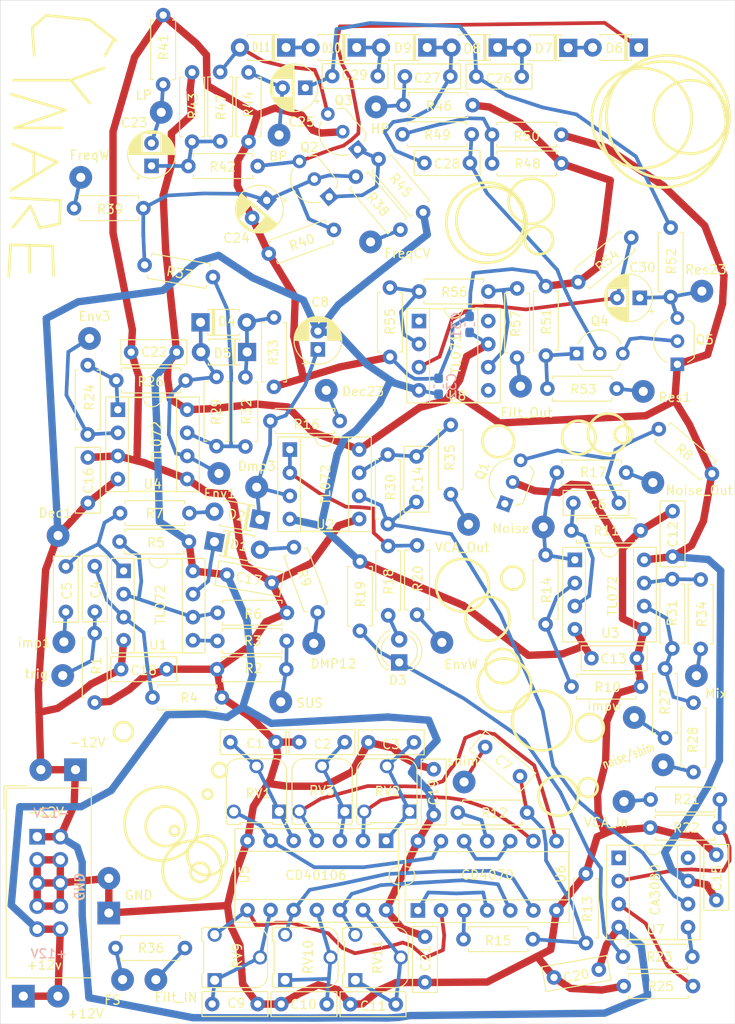
<source format=kicad_pcb>
(kicad_pcb (version 20171130) (host pcbnew "(5.1.2-1)-1")
  (layers (0 F.Cu signal) (31 B.Cu signal) (34 B.Paste user hide) (35 F.Paste user hide) (36 B.SilkS user) (37 F.SilkS user) (38 B.Mask user hide) (39 F.Mask user hide) (44 Edge.Cuts user))
  (net 0 "")
  (net 1 "Net-(C1-Pad1)")
  (net 2 Earth)
  (net 3 "Net-(C2-Pad1)")
  (net 4 "Net-(C3-Pad1)")
  (net 5 "Net-(C4-Pad2)")
  (net 6 "Net-(C4-Pad1)")
  (net 7 "Net-(C5-Pad1)")
  (net 8 "Net-(C5-Pad2)")
  (net 9 "Net-(C6-Pad1)")
  (net 10 "Net-(C6-Pad2)")
  (net 11 "Net-(C7-Pad2)")
  (net 12 "Net-(C7-Pad1)")
  (net 13 "Net-(C8-Pad1)")
  (net 14 -12V)
  (net 15 "Net-(C9-Pad1)")
  (net 16 "Net-(C10-Pad1)")
  (net 17 "Net-(C11-Pad1)")
  (net 18 +12V)
  (net 19 "Net-(C14-Pad1)")
  (net 20 "Net-(C14-Pad2)")
  (net 21 "Net-(C23-Pad1)")
  (net 22 "Net-(C23-Pad2)")
  (net 23 "Net-(C24-Pad1)")
  (net 24 "Net-(C25-Pad1)")
  (net 25 "Net-(C25-Pad2)")
  (net 26 "Net-(C26-Pad1)")
  (net 27 "Net-(C27-Pad2)")
  (net 28 "Net-(C27-Pad1)")
  (net 29 "Net-(C28-Pad1)")
  (net 30 "Net-(C29-Pad1)")
  (net 31 "Net-(C30-Pad2)")
  (net 32 "Net-(C30-Pad1)")
  (net 33 "Net-(D1-Pad2)")
  (net 34 "Net-(D1-Pad1)")
  (net 35 "Net-(D2-Pad2)")
  (net 36 "Net-(D3-Pad1)")
  (net 37 "Net-(D3-Pad2)")
  (net 38 "Net-(D4-Pad2)")
  (net 39 "Net-(D4-Pad1)")
  (net 40 "Net-(D6-Pad2)")
  (net 41 "Net-(D6-Pad1)")
  (net 42 "Net-(D10-Pad2)")
  (net 43 "Net-(D11-Pad2)")
  (net 44 "Net-(J2-Pad1)")
  (net 45 "Net-(J4-Pad1)")
  (net 46 "Net-(J5-Pad1)")
  (net 47 "Net-(J6-Pad1)")
  (net 48 "Net-(J9-Pad1)")
  (net 49 "Net-(J11-Pad1)")
  (net 50 "Net-(J12-Pad1)")
  (net 51 "Net-(J13-Pad1)")
  (net 52 "Net-(J14-Pad1)")
  (net 53 "Net-(J15-Pad1)")
  (net 54 "Net-(J17-Pad1)")
  (net 55 "Net-(J18-Pad1)")
  (net 56 "Net-(J19-Pad1)")
  (net 57 "Net-(J20-Pad1)")
  (net 58 "Net-(J21-Pad1)")
  (net 59 "Net-(J22-Pad1)")
  (net 60 "Net-(J24-Pad1)")
  (net 61 "Net-(J29-Pad1)")
  (net 62 "Net-(Q1-Pad1)")
  (net 63 "Net-(Q2-Pad1)")
  (net 64 "Net-(Q4-Pad3)")
  (net 65 "Net-(Q4-Pad1)")
  (net 66 "Net-(R3-Pad1)")
  (net 67 "Net-(R5-Pad2)")
  (net 68 "Net-(R10-Pad1)")
  (net 69 "Net-(R12-Pad2)")
  (net 70 "Net-(R15-Pad2)")
  (net 71 "Net-(R18-Pad2)")
  (net 72 "Net-(R21-Pad2)")
  (net 73 "Net-(R23-Pad2)")
  (net 74 "Net-(R24-Pad1)")
  (net 75 "Net-(R25-Pad2)")
  (net 76 "Net-(R27-Pad2)")
  (net 77 TO_FILT)
  (net 78 "Net-(R31-Pad2)")
  (net 79 "Net-(R48-Pad2)")
  (net 80 "Net-(R55-Pad1)")
  (net 81 "Net-(R56-Pad1)")
  (net 82 "Net-(RV1-Pad3)")
  (net 83 "Net-(RV2-Pad3)")
  (net 84 "Net-(RV3-Pad3)")
  (net 85 "Net-(RV9-Pad3)")
  (net 86 "Net-(RV10-Pad3)")
  (net 87 "Net-(RV11-Pad3)")
  (net 88 "Net-(U6-Pad1)")
  (net 89 "Net-(U6-Pad10)")
  (net 90 "Net-(U7-Pad8)")
  (net 91 "Net-(U7-Pad1)")
  (net 92 "Net-(U8-Pad1)")
  (net 93 "Net-(U8-Pad5)")
  (net 94 "Net-(U8-Pad8)")
  (module Connector_Wire:SolderWirePad_1x01_Drill1mm (layer F.Cu) (at 65.45 71.07 40)
    (fp_text reference J18 hide)
    (fp_text value VCA_OUT)
    (pad 1 thru_hole circle (at 0 0 40) (size 2.49936 2.49936) (drill 1.00076) (layers *.Cu *.Mask) (net 55 "Net-(J18-Pad1)"))
  )
  (module Package_TO_SOT_THT:TO-92_Inline_Wide (layer F.Cu) (at 88.41 53.48 90)
    (fp_text reference Q5 (at 2.7 3 180) (layer F.SilkS))
    (fp_text value 2N2907)
    (pad 1 thru_hole rect (at 0 0 180) (size 1.5 1.5) (drill 0.8) (layers *.Cu *.Mask) (net 18 +12V))
    (pad 3 thru_hole circle (at 5.08 0 180) (size 1.5 1.5) (drill 0.8) (layers *.Cu *.Mask) (net 32 "Net-(C30-Pad1)"))
    (pad 2 thru_hole circle (at 2.54 0 180) (size 1.5 1.5) (drill 0.8) (layers *.Cu *.Mask) (net 64 "Net-(Q4-Pad3)"))
  )
  (module Package_TO_SOT_THT:TO-92_Inline_Wide (layer F.Cu) (at 77.33 52.299999)
    (fp_text reference Q4 (at 2.54 -3.56) (layer F.SilkS))
    (fp_text value PN2222A)
    (pad 1 thru_hole rect (at 0 0 90) (size 1.5 1.5) (drill 0.8) (layers *.Cu *.Mask) (net 65 "Net-(Q4-Pad1)"))
    (pad 3 thru_hole circle (at 5.08 0 90) (size 1.5 1.5) (drill 0.8) (layers *.Cu *.Mask) (net 64 "Net-(Q4-Pad3)"))
    (pad 2 thru_hole circle (at 2.54 0 90) (size 1.5 1.5) (drill 0.8) (layers *.Cu *.Mask) (net 29 "Net-(C28-Pad1)"))
  )
  (module Package_TO_SOT_THT:TO-92_Inline_Wide (layer F.Cu) (at 53.25 29.86 130)
    (fp_text reference Q3 (at 5.109979 2.264401 180) (layer F.SilkS))
    (fp_text value PN2222A)
    (pad 1 thru_hole rect (at 0 0 220) (size 1.5 1.5) (drill 0.8) (layers *.Cu *.Mask) (net 63 "Net-(Q2-Pad1)"))
    (pad 3 thru_hole circle (at 5.08 0 220) (size 1.5 1.5) (drill 0.8) (layers *.Cu *.Mask) (net 43 "Net-(D11-Pad2)"))
    (pad 2 thru_hole circle (at 2.54 0 220) (size 1.5 1.5) (drill 0.8) (layers *.Cu *.Mask) (net 2 Earth))
  )
  (module Package_TO_SOT_THT:TO-92_Inline_Wide (layer F.Cu) (at 50.13 35.07 130)
    (fp_text reference Q2 (at 5.574987 1.819127 180) (layer F.SilkS))
    (fp_text value PN2222A)
    (pad 1 thru_hole rect (at 0 0 220) (size 1.5 1.5) (drill 0.8) (layers *.Cu *.Mask) (net 63 "Net-(Q2-Pad1)"))
    (pad 3 thru_hole circle (at 5.08 0 220) (size 1.5 1.5) (drill 0.8) (layers *.Cu *.Mask) (net 41 "Net-(D6-Pad1)"))
    (pad 2 thru_hole circle (at 2.54 0 220) (size 1.5 1.5) (drill 0.8) (layers *.Cu *.Mask) (net 23 "Net-(C24-Pad1)"))
  )
  (module Package_TO_SOT_THT:TO-92_Inline_Wide (layer F.Cu) (at 69.44 68.81 70)
    (fp_text reference Q1 (at 2.54 -3.56 70) (layer F.SilkS))
    (fp_text value BC547)
    (pad 1 thru_hole rect (at 0 0 160) (size 1.5 1.5) (drill 0.8) (layers *.Cu *.Mask) (net 62 "Net-(Q1-Pad1)"))
    (pad 3 thru_hole circle (at 5.08 0 160) (size 1.5 1.5) (drill 0.8) (layers *.Cu *.Mask) (net 10 "Net-(C6-Pad2)"))
    (pad 2 thru_hole circle (at 2.54 0 160) (size 1.5 1.5) (drill 0.8) (layers *.Cu *.Mask) (net 2 Earth))
  )
  (module Capacitor_SMD:C_0603_1608Metric_Pad1.05x0.95mm_HandSolder (layer B.Cu) (at 62.16 55.89 90)
    (fp_text reference C32 (at 0 1.43 90) (layer B.SilkS) (effects (justify mirror)))
    (fp_text value 100n)
    (pad 2 smd roundrect (at 0.875 0 90) (size 1.05 0.95) (layers B.Cu B.Paste B.Mask) (net 2 Earth))
    (pad 1 smd roundrect (at -0.875 0 90) (size 1.05 0.95) (layers B.Cu B.Paste B.Mask) (net 14 -12V))
  )
  (module Capacitor_SMD:C_0603_1608Metric_Pad1.05x0.95mm_HandSolder (layer B.Cu) (at 65.57 49.1 90)
    (fp_text reference C31 (at -0.07 -1.46 90) (layer B.SilkS) (effects (justify mirror)))
    (fp_text value 100n)
    (pad 2 smd roundrect (at 0.875 0 90) (size 1.05 0.95) (layers B.Cu B.Paste B.Mask) (net 2 Earth))
    (pad 1 smd roundrect (at -0.875 0 90) (size 1.05 0.95) (layers B.Cu B.Paste B.Mask) (net 18 +12V))
  )
  (module Capacitor_THT:CP_Radial_D5.0mm_P2.00mm (layer F.Cu) (at 48.89 51.85 90)
    (fp_text reference C8 (at 5.2 0.24 180) (layer F.SilkS))
    (fp_text value 2u2)
    (pad 2 thru_hole circle (at 2 0 90) (size 1.6 1.6) (drill 0.8) (layers *.Cu *.Mask) (net 14 -12V))
    (pad 1 thru_hole rect (at 0 0 90) (size 1.6 1.6) (drill 0.8) (layers *.Cu *.Mask) (net 13 "Net-(C8-Pad1)"))
  )
  (module MountingHole:MountingHole_3.2mm_M3 (layer F.Cu) (at 76.962 37.592)
    (fp_text reference REF** hide)
    (fp_text value MountingHole_3.2mm_M3 hide)
    (pad 1 np_thru_hole circle (at 0 0) (size 3.2 3.2) (drill 3.2) (layers *.Cu *.Mask))
  )
  (module MountingHole:MountingHole_3.2mm_M3 (layer F.Cu) (at 76.962 96.52)
    (fp_text reference REF** hide)
    (fp_text value MountingHole_3.2mm_M3 hide)
    (pad 1 np_thru_hole circle (at 0 0) (size 3.2 3.2) (drill 3.2) (layers *.Cu *.Mask))
  )
  (module MountingHole:MountingHole_3.2mm_M3 (layer F.Cu) (at 34.544 96.52)
    (fp_text reference REF** hide)
    (fp_text value MountingHole_3.2mm_M3 hide)
    (pad 1 np_thru_hole circle (at 0 0) (size 3.2 3.2) (drill 3.2) (layers *.Cu *.Mask))
  )
  (module MountingHole:MountingHole_3.2mm_M3 (layer F.Cu) (at 34.544 37.592)
    (fp_text reference REF** hide)
    (fp_text value MountingHole_3.2mm_M3 hide)
    (pad 1 np_thru_hole circle (at 0 0) (size 3.2 3.2) (drill 3.2) (layers *.Cu *.Mask))
  )
  (module Capacitor_THT:C_Rect_L7.0mm_W2.5mm_P5.00mm (layer F.Cu) (at 39.269999 95.01)
    (fp_text reference C1 (at 2.720001 0.15) (layer F.SilkS))
    (fp_text value 10n)
    (pad 1 thru_hole circle (at 0 0) (size 1.6 1.6) (drill 0.8) (layers *.Cu *.Mask) (net 1 "Net-(C1-Pad1)"))
    (pad 2 thru_hole circle (at 5 0) (size 1.6 1.6) (drill 0.8) (layers *.Cu *.Mask) (net 2 Earth))
  )
  (module Capacitor_THT:C_Rect_L7.0mm_W2.5mm_P5.00mm (layer F.Cu) (at 51.840001 95.01 180)
    (fp_text reference C2 (at 2.440001 -0.22) (layer F.SilkS))
    (fp_text value 10n)
    (pad 2 thru_hole circle (at 5 0 180) (size 1.6 1.6) (drill 0.8) (layers *.Cu *.Mask) (net 2 Earth))
    (pad 1 thru_hole circle (at 0 0 180) (size 1.6 1.6) (drill 0.8) (layers *.Cu *.Mask) (net 3 "Net-(C2-Pad1)"))
  )
  (module Capacitor_THT:C_Rect_L7.0mm_W2.5mm_P5.00mm (layer F.Cu) (at 59.450002 95.03 180)
    (fp_text reference C3 (at 2.520002 -0.23) (layer F.SilkS))
    (fp_text value 10n)
    (pad 1 thru_hole circle (at 0 0 180) (size 1.6 1.6) (drill 0.8) (layers *.Cu *.Mask) (net 4 "Net-(C3-Pad1)"))
    (pad 2 thru_hole circle (at 5 0 180) (size 1.6 1.6) (drill 0.8) (layers *.Cu *.Mask) (net 2 Earth))
  )
  (module Capacitor_THT:C_Rect_L7.0mm_W2.5mm_P5.00mm (layer F.Cu) (at 24.36 75.67 270)
    (fp_text reference C4 (at 2.58 -0.13 90) (layer F.SilkS))
    (fp_text value 10n)
    (pad 2 thru_hole circle (at 5 0 270) (size 1.6 1.6) (drill 0.8) (layers *.Cu *.Mask) (net 5 "Net-(C4-Pad2)"))
    (pad 1 thru_hole circle (at 0 0 270) (size 1.6 1.6) (drill 0.8) (layers *.Cu *.Mask) (net 6 "Net-(C4-Pad1)"))
  )
  (module Capacitor_THT:C_Rect_L7.0mm_W2.5mm_P5.00mm (layer F.Cu) (at 21.18 75.7 270)
    (fp_text reference C5 (at 2.67 -0.12 90) (layer F.SilkS))
    (fp_text value 1n)
    (pad 1 thru_hole circle (at 0 0 270) (size 1.6 1.6) (drill 0.8) (layers *.Cu *.Mask) (net 7 "Net-(C5-Pad1)"))
    (pad 2 thru_hole circle (at 5 0 270) (size 1.6 1.6) (drill 0.8) (layers *.Cu *.Mask) (net 8 "Net-(C5-Pad2)"))
  )
  (module Capacitor_THT:C_Rect_L7.0mm_W2.5mm_P5.00mm (layer F.Cu) (at 76.97 68.72)
    (fp_text reference C6 (at 2.67 0.16) (layer F.SilkS))
    (fp_text value 10n)
    (pad 1 thru_hole circle (at 0 0) (size 1.6 1.6) (drill 0.8) (layers *.Cu *.Mask) (net 9 "Net-(C6-Pad1)"))
    (pad 2 thru_hole circle (at 5 0) (size 1.6 1.6) (drill 0.8) (layers *.Cu *.Mask) (net 10 "Net-(C6-Pad2)"))
  )
  (module Capacitor_THT:C_Rect_L7.0mm_W2.5mm_P5.00mm (layer F.Cu) (at 67.28 95.55 320)
    (fp_text reference C7 (at 2.628791 0.052537 140) (layer F.SilkS))
    (fp_text value 10n)
    (pad 2 thru_hole circle (at 5 0 320) (size 1.6 1.6) (drill 0.8) (layers *.Cu *.Mask) (net 11 "Net-(C7-Pad2)"))
    (pad 1 thru_hole circle (at 0 0 320) (size 1.6 1.6) (drill 0.8) (layers *.Cu *.Mask) (net 12 "Net-(C7-Pad1)"))
  )
  (module Capacitor_THT:C_Rect_L7.0mm_W2.5mm_P5.00mm (layer F.Cu) (at 37.27 123.8)
    (fp_text reference C9 (at 2.65 -0.09) (layer F.SilkS))
    (fp_text value 10n)
    (pad 1 thru_hole circle (at 0 0) (size 1.6 1.6) (drill 0.8) (layers *.Cu *.Mask) (net 15 "Net-(C9-Pad1)"))
    (pad 2 thru_hole circle (at 5 0) (size 1.6 1.6) (drill 0.8) (layers *.Cu *.Mask) (net 2 Earth))
  )
  (module Capacitor_THT:C_Rect_L7.0mm_W2.5mm_P5.00mm (layer F.Cu) (at 49.86 123.809999 180)
    (fp_text reference C10 (at 2.55 -0.040001) (layer F.SilkS))
    (fp_text value 10n)
    (pad 2 thru_hole circle (at 5 0 180) (size 1.6 1.6) (drill 0.8) (layers *.Cu *.Mask) (net 2 Earth))
    (pad 1 thru_hole circle (at 0 0 180) (size 1.6 1.6) (drill 0.8) (layers *.Cu *.Mask) (net 16 "Net-(C10-Pad1)"))
  )
  (module Capacitor_THT:C_Rect_L7.0mm_W2.5mm_P5.00mm (layer F.Cu) (at 57.450001 123.820002 180)
    (fp_text reference C11 (at 2.490001 -0.199998) (layer F.SilkS))
    (fp_text value 10n)
    (pad 1 thru_hole circle (at 0 0 180) (size 1.6 1.6) (drill 0.8) (layers *.Cu *.Mask) (net 17 "Net-(C11-Pad1)"))
    (pad 2 thru_hole circle (at 5 0 180) (size 1.6 1.6) (drill 0.8) (layers *.Cu *.Mask) (net 2 Earth))
  )
  (module Capacitor_THT:C_Rect_L7.0mm_W2.5mm_P5.00mm (layer F.Cu) (at 87.88 69.62 270)
    (fp_text reference C12 (at 2.56 -0.04 90) (layer F.SilkS))
    (fp_text value 100n)
    (pad 1 thru_hole circle (at 0 0 270) (size 1.6 1.6) (drill 0.8) (layers *.Cu *.Mask) (net 2 Earth))
    (pad 2 thru_hole circle (at 5 0 270) (size 1.6 1.6) (drill 0.8) (layers *.Cu *.Mask) (net 18 +12V))
  )
  (module Capacitor_THT:C_Rect_L7.0mm_W2.5mm_P5.00mm (layer F.Cu) (at 78.96 85.79)
    (fp_text reference C13 (at 2.43 0.06) (layer F.SilkS))
    (fp_text value 100n)
    (pad 1 thru_hole circle (at 0 0) (size 1.6 1.6) (drill 0.8) (layers *.Cu *.Mask) (net 14 -12V))
    (pad 2 thru_hole circle (at 5 0) (size 1.6 1.6) (drill 0.8) (layers *.Cu *.Mask) (net 2 Earth))
  )
  (module Capacitor_THT:C_Rect_L7.0mm_W2.5mm_P5.00mm (layer F.Cu) (at 59.72 63.61 270)
    (fp_text reference C14 (at 2.52 -0.18 90) (layer F.SilkS))
    (fp_text value 47p)
    (pad 1 thru_hole circle (at 0 0 270) (size 1.6 1.6) (drill 0.8) (layers *.Cu *.Mask) (net 19 "Net-(C14-Pad1)"))
    (pad 2 thru_hole circle (at 5 0 270) (size 1.6 1.6) (drill 0.8) (layers *.Cu *.Mask) (net 20 "Net-(C14-Pad2)"))
  )
  (module Capacitor_THT:C_Rect_L7.0mm_W2.5mm_P5.00mm (layer F.Cu) (at 92.69 107.38 270)
    (fp_text reference C15 (at 2.57 -0.06 90) (layer F.SilkS))
    (fp_text value 100n)
    (pad 2 thru_hole circle (at 5 0 270) (size 1.6 1.6) (drill 0.8) (layers *.Cu *.Mask) (net 18 +12V))
    (pad 1 thru_hole circle (at 0 0 270) (size 1.6 1.6) (drill 0.8) (layers *.Cu *.Mask) (net 2 Earth))
  )
  (module Capacitor_THT:C_Rect_L7.0mm_W2.5mm_P5.00mm (layer F.Cu) (at 23.6 68.72 90)
    (fp_text reference C16 (at 2.45 0.07 90) (layer F.SilkS))
    (fp_text value 100n)
    (pad 2 thru_hole circle (at 5 0 90) (size 1.6 1.6) (drill 0.8) (layers *.Cu *.Mask) (net 2 Earth))
    (pad 1 thru_hole circle (at 0 0 90) (size 1.6 1.6) (drill 0.8) (layers *.Cu *.Mask) (net 14 -12V))
  )
  (module Capacitor_THT:C_Rect_L7.0mm_W2.5mm_P5.00mm (layer F.Cu) (at 43.82 77.48 170)
    (fp_text reference C17 (at 2.562759 -0.035559 170) (layer F.SilkS))
    (fp_text value 100n)
    (pad 1 thru_hole circle (at 0 0 170) (size 1.6 1.6) (drill 0.8) (layers *.Cu *.Mask) (net 2 Earth))
    (pad 2 thru_hole circle (at 5 0 170) (size 1.6 1.6) (drill 0.8) (layers *.Cu *.Mask) (net 18 +12V))
  )
  (module Capacitor_THT:C_Rect_L7.0mm_W2.5mm_P5.00mm (layer F.Cu) (at 27.26 86.99)
    (fp_text reference C18 (at 2.48 0.14) (layer F.SilkS))
    (fp_text value 100n)
    (pad 1 thru_hole circle (at 0 0) (size 1.6 1.6) (drill 0.8) (layers *.Cu *.Mask) (net 14 -12V))
    (pad 2 thru_hole circle (at 5 0) (size 1.6 1.6) (drill 0.8) (layers *.Cu *.Mask) (net 2 Earth))
  )
  (module Capacitor_THT:C_Rect_L7.0mm_W2.5mm_P5.00mm (layer F.Cu) (at 61.62 97.990002 270)
    (fp_text reference C19 (at 2.529998 0.01 90) (layer F.SilkS))
    (fp_text value 100n)
    (pad 2 thru_hole circle (at 5 0 270) (size 1.6 1.6) (drill 0.8) (layers *.Cu *.Mask) (net 18 +12V))
    (pad 1 thru_hole circle (at 0 0 270) (size 1.6 1.6) (drill 0.8) (layers *.Cu *.Mask) (net 2 Earth))
  )
  (module Capacitor_THT:C_Rect_L7.0mm_W2.5mm_P5.00mm (layer F.Cu) (at 79.77 120.01 190)
    (fp_text reference C20 (at 2.554029 -0.260454 10) (layer F.SilkS))
    (fp_text value 100n)
    (pad 2 thru_hole circle (at 5 0 190) (size 1.6 1.6) (drill 0.8) (layers *.Cu *.Mask) (net 2 Earth))
    (pad 1 thru_hole circle (at 0 0 190) (size 1.6 1.6) (drill 0.8) (layers *.Cu *.Mask) (net 14 -12V))
  )
  (module Capacitor_THT:C_Rect_L7.0mm_W2.5mm_P5.00mm (layer F.Cu) (at 60.66 121.4 90)
    (fp_text reference C21 (at 2.62 0.09 90) (layer F.SilkS))
    (fp_text value 100n)
    (pad 1 thru_hole circle (at 0 0 90) (size 1.6 1.6) (drill 0.8) (layers *.Cu *.Mask) (net 2 Earth))
    (pad 2 thru_hole circle (at 5 0 90) (size 1.6 1.6) (drill 0.8) (layers *.Cu *.Mask) (net 18 +12V))
  )
  (module Capacitor_THT:C_Rect_L7.0mm_W2.5mm_P5.00mm (layer F.Cu) (at 28.36 52.15)
    (fp_text reference C22 (at 2.53 -0.01) (layer F.SilkS))
    (fp_text value 100n)
    (pad 2 thru_hole circle (at 5 0) (size 1.6 1.6) (drill 0.8) (layers *.Cu *.Mask) (net 18 +12V))
    (pad 1 thru_hole circle (at 0 0) (size 1.6 1.6) (drill 0.8) (layers *.Cu *.Mask) (net 2 Earth))
  )
  (module Capacitor_THT:CP_Radial_D5.0mm_P2.50mm (layer F.Cu) (at 30.6 31.67 90)
    (fp_text reference C23 (at 4.746 -1.898 180) (layer F.SilkS))
    (fp_text value 1u)
    (pad 1 thru_hole rect (at 0 0 90) (size 1.6 1.6) (drill 0.8) (layers *.Cu *.Mask) (net 21 "Net-(C23-Pad1)"))
    (pad 2 thru_hole circle (at 2.5 0 90) (size 1.6 1.6) (drill 0.8) (layers *.Cu *.Mask) (net 22 "Net-(C23-Pad2)"))
  )
  (module Capacitor_THT:CP_Radial_D5.0mm_P2.50mm (layer F.Cu) (at 43.27 35.46 230)
    (fp_text reference C24 (at 5.305479 -0.117873) (layer F.SilkS))
    (fp_text value 1u)
    (pad 2 thru_hole circle (at 2.5 0 230) (size 1.6 1.6) (drill 0.8) (layers *.Cu *.Mask) (net 2 Earth))
    (pad 1 thru_hole rect (at 0 0 230) (size 1.6 1.6) (drill 0.8) (layers *.Cu *.Mask) (net 23 "Net-(C24-Pad1)"))
  )
  (module Capacitor_THT:CP_Radial_D5.0mm_P2.50mm (layer F.Cu) (at 47.51 23.09 180)
    (fp_text reference C25 (at 0.43 -3.75) (layer F.SilkS))
    (fp_text value 1u)
    (pad 1 thru_hole rect (at 0 0 180) (size 1.6 1.6) (drill 0.8) (layers *.Cu *.Mask) (net 24 "Net-(C25-Pad1)"))
    (pad 2 thru_hole circle (at 2.5 0 180) (size 1.6 1.6) (drill 0.8) (layers *.Cu *.Mask) (net 25 "Net-(C25-Pad2)"))
  )
  (module Capacitor_THT:C_Rect_L7.0mm_W2.5mm_P5.00mm (layer F.Cu) (at 71.300001 21.859999 180)
    (fp_text reference C26 (at 2.520001 -0.200001) (layer F.SilkS))
    (fp_text value 2n2)
    (pad 2 thru_hole circle (at 5 0 180) (size 1.6 1.6) (drill 0.8) (layers *.Cu *.Mask) (net 24 "Net-(C25-Pad1)"))
    (pad 1 thru_hole circle (at 0 0 180) (size 1.6 1.6) (drill 0.8) (layers *.Cu *.Mask) (net 26 "Net-(C26-Pad1)"))
  )
  (module Capacitor_THT:C_Rect_L7.0mm_W2.5mm_P5.00mm (layer F.Cu) (at 63.450002 21.839998 180)
    (fp_text reference C27 (at 2.540002 -0.180002) (layer F.SilkS))
    (fp_text value 2n2)
    (pad 2 thru_hole circle (at 5 0 180) (size 1.6 1.6) (drill 0.8) (layers *.Cu *.Mask) (net 27 "Net-(C27-Pad2)"))
    (pad 1 thru_hole circle (at 0 0 180) (size 1.6 1.6) (drill 0.8) (layers *.Cu *.Mask) (net 28 "Net-(C27-Pad1)"))
  )
  (module Capacitor_THT:C_Rect_L7.0mm_W2.5mm_P5.00mm (layer F.Cu) (at 65.6 31.35 180)
    (fp_text reference C28 (at 2.52 -0.1) (layer F.SilkS))
    (fp_text value 100n)
    (pad 2 thru_hole circle (at 5 0 180) (size 1.6 1.6) (drill 0.8) (layers *.Cu *.Mask) (net 28 "Net-(C27-Pad1)"))
    (pad 1 thru_hole circle (at 0 0 180) (size 1.6 1.6) (drill 0.8) (layers *.Cu *.Mask) (net 29 "Net-(C28-Pad1)"))
  )
  (module Capacitor_THT:C_Rect_L7.0mm_W2.5mm_P5.00mm (layer F.Cu) (at 55.469998 21.8 180)
    (fp_text reference C29 (at 2.549998 0.12) (layer F.SilkS))
    (fp_text value 2n2)
    (pad 2 thru_hole circle (at 5 0 180) (size 1.6 1.6) (drill 0.8) (layers *.Cu *.Mask) (net 24 "Net-(C25-Pad1)"))
    (pad 1 thru_hole circle (at 0 0 180) (size 1.6 1.6) (drill 0.8) (layers *.Cu *.Mask) (net 30 "Net-(C29-Pad1)"))
  )
  (module Capacitor_THT:CP_Radial_D5.0mm_P2.50mm (layer F.Cu) (at 84.28 46.18 180)
    (fp_text reference C30 (at -0.29 3.34) (layer F.SilkS))
    (fp_text value 10u)
    (pad 2 thru_hole circle (at 2.5 0 180) (size 1.6 1.6) (drill 0.8) (layers *.Cu *.Mask) (net 31 "Net-(C30-Pad2)"))
    (pad 1 thru_hole rect (at 0 0 180) (size 1.6 1.6) (drill 0.8) (layers *.Cu *.Mask) (net 32 "Net-(C30-Pad1)"))
  )
  (module Diode_THT:D_T-1_P5.08mm_Horizontal (layer F.Cu) (at 37.52 72.98 350)
    (fp_text reference D1 (at 2.708744 -0.071454 170) (layer F.SilkS))
    (fp_text value D_Small)
    (pad 2 thru_hole oval (at 5.08 0 350) (size 2 2) (drill 1) (layers *.Cu *.Mask) (net 33 "Net-(D1-Pad2)"))
    (pad 1 thru_hole rect (at 0 0 350) (size 2 2) (drill 1) (layers *.Cu *.Mask) (net 34 "Net-(D1-Pad1)"))
  )
  (module Diode_THT:D_T-1_P5.08mm_Horizontal (layer F.Cu) (at 42.51 70.55 170)
    (fp_text reference D2 (at 2.592874 0.020057 170) (layer F.SilkS))
    (fp_text value D_Small)
    (pad 1 thru_hole rect (at 0 0 170) (size 2 2) (drill 1) (layers *.Cu *.Mask) (net 13 "Net-(C8-Pad1)"))
    (pad 2 thru_hole oval (at 5.08 0 170) (size 2 2) (drill 1) (layers *.Cu *.Mask) (net 35 "Net-(D2-Pad2)"))
  )
  (module LED_THT:LED_D4.0mm (layer F.Cu) (at 57.83 86.25 90)
    (fp_text reference D3 (at -1.97 -0.16 180) (layer F.SilkS))
    (fp_text value LED)
    (pad 1 thru_hole rect (at 0 0 90) (size 1.8 1.8) (drill 0.9) (layers *.Cu *.Mask) (net 36 "Net-(D3-Pad1)"))
    (pad 2 thru_hole circle (at 2.54 0 90) (size 1.8 1.8) (drill 0.9) (layers *.Cu *.Mask) (net 37 "Net-(D3-Pad2)"))
  )
  (module Diode_THT:D_T-1_P5.08mm_Horizontal (layer F.Cu) (at 35.991001 48.865001)
    (fp_text reference D4 (at 2.898999 -0.105001) (layer F.SilkS))
    (fp_text value D_Small)
    (pad 2 thru_hole oval (at 5.08 0) (size 2 2) (drill 1) (layers *.Cu *.Mask) (net 38 "Net-(D4-Pad2)"))
    (pad 1 thru_hole rect (at 0 0) (size 2 2) (drill 1) (layers *.Cu *.Mask) (net 39 "Net-(D4-Pad1)"))
  )
  (module Diode_THT:D_T-1_P5.08mm_Horizontal (layer F.Cu) (at 41.11 52.13 180)
    (fp_text reference D5 (at 2.7 -0.13) (layer F.SilkS))
    (fp_text value D_Small)
    (pad 1 thru_hole rect (at 0 0 180) (size 2 2) (drill 1) (layers *.Cu *.Mask) (net 38 "Net-(D4-Pad2)"))
    (pad 2 thru_hole oval (at 5.08 0 180) (size 2 2) (drill 1) (layers *.Cu *.Mask) (net 39 "Net-(D4-Pad1)"))
  )
  (module Diode_THT:D_T-1_P5.08mm_Horizontal (layer F.Cu) (at 84.170001 18.660002 180)
    (fp_text reference D6 (at 2.710001 -0.079998) (layer F.SilkS))
    (fp_text value D_Small)
    (pad 2 thru_hole oval (at 5.08 0 180) (size 2 2) (drill 1) (layers *.Cu *.Mask) (net 40 "Net-(D6-Pad2)"))
    (pad 1 thru_hole rect (at 0 0 180) (size 2 2) (drill 1) (layers *.Cu *.Mask) (net 41 "Net-(D6-Pad1)"))
  )
  (module Diode_THT:D_T-1_P5.08mm_Horizontal (layer F.Cu) (at 76.408999 18.695 180)
    (fp_text reference D7 (at 2.698999 -0.065) (layer F.SilkS))
    (fp_text value D_Small)
    (pad 1 thru_hole rect (at 0 0 180) (size 2 2) (drill 1) (layers *.Cu *.Mask) (net 40 "Net-(D6-Pad2)"))
    (pad 2 thru_hole oval (at 5.08 0 180) (size 2 2) (drill 1) (layers *.Cu *.Mask) (net 26 "Net-(C26-Pad1)"))
  )
  (module Diode_THT:D_T-1_P5.08mm_Horizontal (layer F.Cu) (at 68.660002 18.66 180)
    (fp_text reference D8 (at 2.830002 -0.12) (layer F.SilkS))
    (fp_text value D_Small)
    (pad 2 thru_hole oval (at 5.08 0 180) (size 2 2) (drill 1) (layers *.Cu *.Mask) (net 28 "Net-(C27-Pad1)"))
    (pad 1 thru_hole rect (at 0 0 180) (size 2 2) (drill 1) (layers *.Cu *.Mask) (net 26 "Net-(C26-Pad1)"))
  )
  (module Diode_THT:D_T-1_P5.08mm_Horizontal (layer F.Cu) (at 60.909999 18.660001 180)
    (fp_text reference D9 (at 2.699999 -0.059999) (layer F.SilkS))
    (fp_text value D_Small)
    (pad 1 thru_hole rect (at 0 0 180) (size 2 2) (drill 1) (layers *.Cu *.Mask) (net 28 "Net-(C27-Pad1)"))
    (pad 2 thru_hole oval (at 5.08 0 180) (size 2 2) (drill 1) (layers *.Cu *.Mask) (net 30 "Net-(C29-Pad1)"))
  )
  (module Diode_THT:D_T-1_P5.08mm_Horizontal (layer F.Cu) (at 53.160001 18.660002 180)
    (fp_text reference D10 (at 2.800001 -0.059998) (layer F.SilkS) (effects (font (size 1 0.7))))
    (fp_text value D_Small)
    (pad 2 thru_hole oval (at 5.08 0 180) (size 2 2) (drill 1) (layers *.Cu *.Mask) (net 42 "Net-(D10-Pad2)"))
    (pad 1 thru_hole rect (at 0 0 180) (size 2 2) (drill 1) (layers *.Cu *.Mask) (net 30 "Net-(C29-Pad1)"))
  )
  (module Diode_THT:D_T-1_P5.08mm_Horizontal (layer F.Cu) (at 45.399999 18.659999 180)
    (fp_text reference D11 (at 2.759999 0.039999) (layer F.SilkS) (effects (font (size 1 0.7))))
    (fp_text value D_Small)
    (pad 1 thru_hole rect (at 0 0 180) (size 2 2) (drill 1) (layers *.Cu *.Mask) (net 42 "Net-(D10-Pad2)"))
    (pad 2 thru_hole oval (at 5.08 0 180) (size 2 2) (drill 1) (layers *.Cu *.Mask) (net 43 "Net-(D11-Pad2)"))
  )
  (module Connector_Wire:SolderWirePad_1x01_Drill1mm (layer F.Cu) (at 20.84 87.69)
    (fp_text reference J1 hide)
    (fp_text value trig)
    (pad 1 thru_hole circle (at 0 0) (size 2.49936 2.49936) (drill 1.00076) (layers *.Cu *.Mask) (net 5 "Net-(C4-Pad2)"))
  )
  (module Connector_Wire:SolderWirePad_1x01_Drill1mm (layer F.Cu) (at 44.81 90.58)
    (fp_text reference J2 hide)
    (fp_text value sustain)
    (pad 1 thru_hole circle (at 0 0) (size 2.49936 2.49936) (drill 1.00076) (layers *.Cu *.Mask) (net 44 "Net-(J2-Pad1)"))
  )
  (module Connector_Wire:SolderWirePad_1x01_Drill1mm (layer F.Cu) (at 20.97 83.99)
    (fp_text reference J3 hide)
    (fp_text value imp1)
    (pad 1 thru_hole circle (at 0 0) (size 2.49936 2.49936) (drill 1.00076) (layers *.Cu *.Mask) (net 8 "Net-(C5-Pad2)"))
  )
  (module Connector_Wire:SolderWirePad_1x01_Drill1mm (layer F.Cu) (at 83.67 92.3)
    (fp_text reference J4 hide)
    (fp_text value imp2)
    (pad 1 thru_hole circle (at 0 0) (size 2.49936 2.49936) (drill 1.00076) (layers *.Cu *.Mask) (net 45 "Net-(J4-Pad1)"))
  )
  (module Connector_Wire:SolderWirePad_1x01_Drill1mm (layer F.Cu) (at 48.44 84.16)
    (fp_text reference J5 hide)
    (fp_text value dmp12)
    (pad 1 thru_hole circle (at 0 0) (size 2.49936 2.49936) (drill 1.00076) (layers *.Cu *.Mask) (net 46 "Net-(J5-Pad1)"))
  )
  (module Connector_Wire:SolderWirePad_1x01_Drill1mm (layer F.Cu) (at 73.67 71.36)
    (fp_text reference J6 hide)
    (fp_text value noise)
    (pad 1 thru_hole circle (at 0 0) (size 2.49936 2.49936) (drill 1.00076) (layers *.Cu *.Mask) (net 47 "Net-(J6-Pad1)"))
  )
  (module Connector_Wire:SolderWirePad_1x01_Drill1mm (layer F.Cu) (at 64.960002 99.390001 270)
    (fp_text reference J7 hide)
    (fp_text value shim)
    (pad 1 thru_hole circle (at 0 0 270) (size 2.49936 2.49936) (drill 1.00076) (layers *.Cu *.Mask) (net 12 "Net-(C7-Pad1)"))
  )
  (module Connector_Wire:SolderWirePad_1x01_Drill1mm (layer F.Cu) (at 42.16 66.99 350)
    (fp_text reference J8 hide)
    (fp_text value dmp3)
    (pad 1 thru_hole circle (at 0 0 350) (size 2.49936 2.49936) (drill 1.00076) (layers *.Cu *.Mask) (net 13 "Net-(C8-Pad1)"))
  )
  (module Connector_Wire:SolderWirePad_1x01_Drill1mm (layer F.Cu) (at 86.83 97.5)
    (fp_text reference J9 hide)
    (fp_text value noise/shim)
    (pad 1 thru_hole circle (at 0 0) (size 2.49936 2.49936) (drill 1.00076) (layers *.Cu *.Mask) (net 48 "Net-(J9-Pad1)"))
  )
  (module Connector_Wire:SolderWirePad_1x01_Drill1mm (layer F.Cu) (at 20.33 72.3)
    (fp_text reference J10 hide)
    (fp_text value dec1)
    (pad 1 thru_hole circle (at 0 0) (size 2.49936 2.49936) (drill 1.00076) (layers *.Cu *.Mask) (net 14 -12V))
  )
  (module Connector_Wire:SolderWirePad_1x01_Drill1mm (layer F.Cu) (at 49.81 56.34)
    (fp_text reference J11 hide)
    (fp_text value dec23)
    (pad 1 thru_hole circle (at 0 0) (size 2.49936 2.49936) (drill 1.00076) (layers *.Cu *.Mask) (net 49 "Net-(J11-Pad1)"))
  )
  (module Connector_Wire:SolderWirePad_1x01_Drill1mm (layer F.Cu) (at 85.71 66.48)
    (fp_text reference J12 hide)
    (fp_text value NOISE_OUT)
    (pad 1 thru_hole circle (at 0 0) (size 2.49936 2.49936) (drill 1.00076) (layers *.Cu *.Mask) (net 50 "Net-(J12-Pad1)"))
  )
  (module Connector_Wire:SolderWirePad_1x01_Drill1mm (layer F.Cu) (at 62.52 84.05 90)
    (fp_text reference J13 hide)
    (fp_text value env2)
    (pad 1 thru_hole circle (at 0 0 90) (size 2.49936 2.49936) (drill 1.00076) (layers *.Cu *.Mask) (net 51 "Net-(J13-Pad1)"))
  )
  (module Connector_Wire:SolderWirePad_1x01_Drill1mm (layer F.Cu) (at 82.54 101.54)
    (fp_text reference J14 hide)
    (fp_text value VCA_IN)
    (pad 1 thru_hole circle (at 0 0) (size 2.49936 2.49936) (drill 1.00076) (layers *.Cu *.Mask) (net 52 "Net-(J14-Pad1)"))
  )
  (module Connector_Wire:SolderWirePad_1x01_Drill1mm (layer F.Cu) (at 23.78 50.64)
    (fp_text reference J15 hide)
    (fp_text value env3)
    (pad 1 thru_hole circle (at 0 0) (size 2.49936 2.49936) (drill 1.00076) (layers *.Cu *.Mask) (net 53 "Net-(J15-Pad1)"))
  )
  (module Connector_Wire:SolderWirePad_1x01_Drill1mm (layer F.Cu) (at 38.01 65.48)
    (fp_text reference J16 hide)
    (fp_text value env1)
    (pad 1 thru_hole circle (at 0 0) (size 2.49936 2.49936) (drill 1.00076) (layers *.Cu *.Mask) (net 39 "Net-(D4-Pad1)"))
  )
  (module Connector_Wire:SolderWirePad_1x01_Drill1mm (layer F.Cu) (at 90.5 87.71)
    (fp_text reference J17 hide)
    (fp_text value MIX_OUT)
    (pad 1 thru_hole circle (at 0 0) (size 2.49936 2.49936) (drill 1.00076) (layers *.Cu *.Mask) (net 54 "Net-(J17-Pad1)"))
  )
  (module Connector_Wire:SolderWirePad_1x01_Drill1mm (layer F.Cu) (at 31.08 121.12)
    (fp_text reference J19 hide)
    (fp_text value FILTER_IN)
    (pad 1 thru_hole circle (at 0 0) (size 2.49936 2.49936) (drill 1.00076) (layers *.Cu *.Mask) (net 56 "Net-(J19-Pad1)"))
  )
  (module Connector_Wire:SolderWirePad_1x01_Drill1mm (layer F.Cu) (at 54.68 40.03 130)
    (fp_text reference J20 hide)
    (fp_text value CV_IN)
    (pad 1 thru_hole circle (at 0 0 130) (size 2.49936 2.49936) (drill 1.00076) (layers *.Cu *.Mask) (net 57 "Net-(J20-Pad1)"))
  )
  (module Connector_Wire:SolderWirePad_1x01_Drill1mm (layer F.Cu) (at 22.82 32.93)
    (fp_text reference J21 hide)
    (fp_text value freq2)
    (pad 1 thru_hole circle (at 0 0) (size 2.49936 2.49936) (drill 1.00076) (layers *.Cu *.Mask) (net 58 "Net-(J21-Pad1)"))
  )
  (module Connector_Wire:SolderWirePad_1x01_Drill1mm (layer F.Cu) (at 84.66 56.46)
    (fp_text reference J22 hide)
    (fp_text value Res1)
    (pad 1 thru_hole circle (at 0 0) (size 2.49936 2.49936) (drill 1.00076) (layers *.Cu *.Mask) (net 59 "Net-(J22-Pad1)"))
  )
  (module Connector_Wire:SolderWirePad_1x01_Drill1mm (layer F.Cu) (at 91.1 45.44)
    (fp_text reference J23 hide)
    (fp_text value Res23)
    (pad 1 thru_hole circle (at 0 0) (size 2.49936 2.49936) (drill 1.00076) (layers *.Cu *.Mask) (net 32 "Net-(C30-Pad1)"))
  )
  (module Connector_Wire:SolderWirePad_1x01_Drill1mm (layer F.Cu) (at 71.16 55.89)
    (fp_text reference J24 hide)
    (fp_text value FILTER_OUT)
    (pad 1 thru_hole circle (at 0 0) (size 2.49936 2.49936) (drill 1.00076) (layers *.Cu *.Mask) (net 60 "Net-(J24-Pad1)"))
  )
  (module Connector_IDC:IDC-Header_2x05_P2.54mm_Vertical (layer F.Cu) (at 18.034 105.41)
    (fp_text reference J25 hide)
    (fp_text value Euro_Pwr)
    (pad 1 thru_hole rect (at 0 0) (size 1.7272 1.7272) (drill 1.016) (layers *.Cu *.Mask) (net 14 -12V))
    (pad 2 thru_hole oval (at 2.54 0) (size 1.7272 1.7272) (drill 1.016) (layers *.Cu *.Mask) (net 14 -12V))
    (pad 3 thru_hole oval (at 0 2.54) (size 1.7272 1.7272) (drill 1.016) (layers *.Cu *.Mask) (net 2 Earth))
    (pad 4 thru_hole oval (at 2.54 2.54) (size 1.7272 1.7272) (drill 1.016) (layers *.Cu *.Mask) (net 2 Earth))
    (pad 5 thru_hole oval (at 0 5.08) (size 1.7272 1.7272) (drill 1.016) (layers *.Cu *.Mask) (net 2 Earth))
    (pad 6 thru_hole oval (at 2.54 5.08) (size 1.7272 1.7272) (drill 1.016) (layers *.Cu *.Mask) (net 2 Earth))
    (pad 7 thru_hole oval (at 0 7.62) (size 1.7272 1.7272) (drill 1.016) (layers *.Cu *.Mask) (net 2 Earth))
    (pad 8 thru_hole oval (at 2.54 7.62) (size 1.7272 1.7272) (drill 1.016) (layers *.Cu *.Mask) (net 2 Earth))
    (pad 9 thru_hole oval (at 0 10.16) (size 1.7272 1.7272) (drill 1.016) (layers *.Cu *.Mask) (net 18 +12V))
    (pad 10 thru_hole oval (at 2.54 10.16) (size 1.7272 1.7272) (drill 1.016) (layers *.Cu *.Mask) (net 18 +12V))
  )
  (module Connector_Wire:SolderWirePad_1x02_P3.81mm_Drill1mm (layer F.Cu) (at 16.51 122.936)
    (fp_text reference J26 hide)
    (fp_text value +12V_Conn)
    (pad 1 thru_hole rect (at 0 0) (size 2.49936 2.49936) (drill 1.00076) (layers *.Cu *.Mask) (net 18 +12V))
    (pad 2 thru_hole circle (at 3.81 0) (size 2.49936 2.49936) (drill 1.00076) (layers *.Cu *.Mask) (net 18 +12V))
  )
  (module Connector_Wire:SolderWirePad_1x02_P3.81mm_Drill1mm (layer F.Cu) (at 25.908 113.792 90)
    (fp_text reference J27 hide)
    (fp_text value GND_Conn)
    (pad 2 thru_hole circle (at 3.81 0 90) (size 2.49936 2.49936) (drill 1.00076) (layers *.Cu *.Mask) (net 2 Earth))
    (pad 1 thru_hole rect (at 0 0 90) (size 2.49936 2.49936) (drill 1.00076) (layers *.Cu *.Mask) (net 2 Earth))
  )
  (module Connector_Wire:SolderWirePad_1x02_P3.81mm_Drill1mm (layer F.Cu) (at 22.244 98.044 180)
    (fp_text reference J28 hide)
    (fp_text value -12V_Conn)
    (pad 1 thru_hole rect (at 0 0 180) (size 2.49936 2.49936) (drill 1.00076) (layers *.Cu *.Mask) (net 14 -12V))
    (pad 2 thru_hole circle (at 3.81 0 180) (size 2.49936 2.49936) (drill 1.00076) (layers *.Cu *.Mask) (net 14 -12V))
  )
  (module Connector_Wire:SolderWirePad_1x01_Drill1mm (layer F.Cu) (at 27.42 121.11)
    (fp_text reference J29 hide)
    (fp_text value FS)
    (pad 1 thru_hole circle (at 0 0) (size 2.49936 2.49936) (drill 1.00076) (layers *.Cu *.Mask) (net 61 "Net-(J29-Pad1)"))
  )
  (module Connector_Wire:SolderWirePad_1x01_Drill1mm (layer F.Cu) (at 44.619998 28.28 180)
    (fp_text reference J30 hide)
    (fp_text value BP)
    (pad 1 thru_hole circle (at 0 0 180) (size 2.49936 2.49936) (drill 1.00076) (layers *.Cu *.Mask) (net 25 "Net-(C25-Pad2)"))
  )
  (module Connector_Wire:SolderWirePad_1x01_Drill1mm (layer F.Cu) (at 31.67 25.78)
    (fp_text reference J31 hide)
    (fp_text value LP)
    (pad 1 thru_hole circle (at 0 0) (size 2.49936 2.49936) (drill 1.00076) (layers *.Cu *.Mask) (net 22 "Net-(C23-Pad2)"))
  )
  (module Connector_Wire:SolderWirePad_1x01_Drill1mm (layer F.Cu) (at 55.290001 25.190001 180)
    (fp_text reference J32 hide)
    (fp_text value HP)
    (pad 1 thru_hole circle (at 0 0 180) (size 2.49936 2.49936) (drill 1.00076) (layers *.Cu *.Mask) (net 27 "Net-(C27-Pad2)"))
  )
  (module Resistor_THT:R_Axial_DIN0207_L6.3mm_D2.5mm_P7.62mm_Horizontal (layer F.Cu) (at 24.36 83.04 270)
    (fp_text reference R1 (at 3.57 -0.2 90) (layer F.SilkS))
    (fp_text value 100k)
    (pad 1 thru_hole circle (at 0 0 270) (size 1.6 1.6) (drill 0.8) (layers *.Cu *.Mask) (net 5 "Net-(C4-Pad2)"))
    (pad 2 thru_hole oval (at 7.62 0 270) (size 1.6 1.6) (drill 0.8) (layers *.Cu *.Mask) (net 2 Earth))
  )
  (module Resistor_THT:R_Axial_DIN0207_L6.3mm_D2.5mm_P7.62mm_Horizontal (layer F.Cu) (at 37.8 87)
    (fp_text reference R2 (at 4.01 -0.1) (layer F.SilkS))
    (fp_text value 100k)
    (pad 1 thru_hole circle (at 0 0) (size 1.6 1.6) (drill 0.8) (layers *.Cu *.Mask) (net 2 Earth))
    (pad 2 thru_hole oval (at 7.62 0) (size 1.6 1.6) (drill 0.8) (layers *.Cu *.Mask) (net 44 "Net-(J2-Pad1)"))
  )
  (module Resistor_THT:R_Axial_DIN0207_L6.3mm_D2.5mm_P7.62mm_Horizontal (layer F.Cu) (at 37.84 83.89)
    (fp_text reference R3 (at 3.89 -0.01) (layer F.SilkS))
    (fp_text value 100k)
    (pad 2 thru_hole oval (at 7.62 0) (size 1.6 1.6) (drill 0.8) (layers *.Cu *.Mask) (net 44 "Net-(J2-Pad1)"))
    (pad 1 thru_hole circle (at 0 0) (size 1.6 1.6) (drill 0.8) (layers *.Cu *.Mask) (net 66 "Net-(R3-Pad1)"))
  )
  (module Resistor_THT:R_Axial_DIN0207_L6.3mm_D2.5mm_P7.62mm_Horizontal (layer F.Cu) (at 30.71 90.09)
    (fp_text reference R4 (at 4.03 0.07) (layer F.SilkS))
    (fp_text value 100k)
    (pad 2 thru_hole oval (at 7.62 0) (size 1.6 1.6) (drill 0.8) (layers *.Cu *.Mask) (net 2 Earth))
    (pad 1 thru_hole circle (at 0 0) (size 1.6 1.6) (drill 0.8) (layers *.Cu *.Mask) (net 6 "Net-(C4-Pad1)"))
  )
  (module Resistor_THT:R_Axial_DIN0207_L6.3mm_D2.5mm_P7.62mm_Horizontal (layer F.Cu) (at 34.71 72.97 180)
    (fp_text reference R5 (at 3.62 -0.11) (layer F.SilkS))
    (fp_text value 100k)
    (pad 2 thru_hole oval (at 7.62 0 180) (size 1.6 1.6) (drill 0.8) (layers *.Cu *.Mask) (net 67 "Net-(R5-Pad2)"))
    (pad 1 thru_hole circle (at 0 0 180) (size 1.6 1.6) (drill 0.8) (layers *.Cu *.Mask) (net 18 +12V))
  )
  (module Resistor_THT:R_Axial_DIN0207_L6.3mm_D2.5mm_P7.62mm_Horizontal (layer F.Cu) (at 45.48 80.79 180)
    (fp_text reference R6 (at 3.7 -0.15) (layer F.SilkS))
    (fp_text value 15k)
    (pad 1 thru_hole circle (at 0 0 180) (size 1.6 1.6) (drill 0.8) (layers *.Cu *.Mask) (net 2 Earth))
    (pad 2 thru_hole oval (at 7.62 0 180) (size 1.6 1.6) (drill 0.8) (layers *.Cu *.Mask) (net 67 "Net-(R5-Pad2)"))
  )
  (module Resistor_THT:R_Axial_DIN0207_L6.3mm_D2.5mm_P7.62mm_Horizontal (layer F.Cu) (at 34.77 69.84 180)
    (fp_text reference R7 (at 3.84 -0.03) (layer F.SilkS))
    (fp_text value 33R)
    (pad 1 thru_hole circle (at 0 0 180) (size 1.6 1.6) (drill 0.8) (layers *.Cu *.Mask) (net 35 "Net-(D2-Pad2)"))
    (pad 2 thru_hole oval (at 7.62 0 180) (size 1.6 1.6) (drill 0.8) (layers *.Cu *.Mask) (net 7 "Net-(C5-Pad1)"))
  )
  (module Resistor_THT:R_Axial_DIN0207_L6.3mm_D2.5mm_P7.62mm_Horizontal (layer F.Cu) (at 86.37 60.6 320)
    (fp_text reference R8 (at 3.763517 0.144715 140) (layer F.SilkS))
    (fp_text value 330k)
    (pad 1 thru_hole circle (at 0 0 320) (size 1.6 1.6) (drill 0.8) (layers *.Cu *.Mask) (net 10 "Net-(C6-Pad2)"))
    (pad 2 thru_hole oval (at 7.62 0 320) (size 1.6 1.6) (drill 0.8) (layers *.Cu *.Mask) (net 18 +12V))
  )
  (module Resistor_THT:R_Axial_DIN0207_L6.3mm_D2.5mm_P7.62mm_Horizontal (layer F.Cu) (at 48.86 80.75 110)
    (fp_text reference R9 (at 4.064205 -0.085092 110) (layer F.SilkS))
    (fp_text value 10k)
    (pad 1 thru_hole circle (at 0 0 110) (size 1.6 1.6) (drill 0.8) (layers *.Cu *.Mask) (net 46 "Net-(J5-Pad1)"))
    (pad 2 thru_hole oval (at 7.62 0 110) (size 1.6 1.6) (drill 0.8) (layers *.Cu *.Mask) (net 33 "Net-(D1-Pad2)"))
  )
  (module Resistor_THT:R_Axial_DIN0207_L6.3mm_D2.5mm_P7.62mm_Horizontal (layer F.Cu) (at 76.77 88.91)
    (fp_text reference R10 (at 3.97 0.07) (layer F.SilkS))
    (fp_text value 4k7)
    (pad 2 thru_hole oval (at 7.62 0) (size 1.6 1.6) (drill 0.8) (layers *.Cu *.Mask) (net 2 Earth))
    (pad 1 thru_hole circle (at 0 0) (size 1.6 1.6) (drill 0.8) (layers *.Cu *.Mask) (net 68 "Net-(R10-Pad1)"))
  )
  (module Resistor_THT:R_Axial_DIN0207_L6.3mm_D2.5mm_P7.62mm_Horizontal (layer F.Cu) (at 84.37 71.75 180)
    (fp_text reference R11 (at 3.75 -0.02) (layer F.SilkS))
    (fp_text value 47k)
    (pad 1 thru_hole circle (at 0 0 180) (size 1.6 1.6) (drill 0.8) (layers *.Cu *.Mask) (net 2 Earth))
    (pad 2 thru_hole oval (at 7.62 0 180) (size 1.6 1.6) (drill 0.8) (layers *.Cu *.Mask) (net 9 "Net-(C6-Pad1)"))
  )
  (module Resistor_THT:R_Axial_DIN0207_L6.3mm_D2.5mm_P7.62mm_Horizontal (layer F.Cu) (at 71.889998 102.750001 180)
    (fp_text reference R12 (at 3.589998 -0.039999) (layer F.SilkS))
    (fp_text value 100k)
    (pad 1 thru_hole circle (at 0 0 180) (size 1.6 1.6) (drill 0.8) (layers *.Cu *.Mask) (net 11 "Net-(C7-Pad2)"))
    (pad 2 thru_hole oval (at 7.62 0 180) (size 1.6 1.6) (drill 0.8) (layers *.Cu *.Mask) (net 69 "Net-(R12-Pad2)"))
  )
  (module Resistor_THT:R_Axial_DIN0207_L6.3mm_D2.5mm_P7.62mm_Horizontal (layer F.Cu) (at 78.35 109.47 270)
    (fp_text reference R13 (at 3.88 -0.18 90) (layer F.SilkS))
    (fp_text value 100k)
    (pad 2 thru_hole oval (at 7.62 0 270) (size 1.6 1.6) (drill 0.8) (layers *.Cu *.Mask) (net 11 "Net-(C7-Pad2)"))
    (pad 1 thru_hole circle (at 0 0 270) (size 1.6 1.6) (drill 0.8) (layers *.Cu *.Mask) (net 2 Earth))
  )
  (module Resistor_THT:R_Axial_DIN0207_L6.3mm_D2.5mm_P7.62mm_Horizontal (layer F.Cu) (at 73.92 74.44 270)
    (fp_text reference R14 (at 3.87 -0.11 90) (layer F.SilkS))
    (fp_text value 2M2)
    (pad 2 thru_hole oval (at 7.62 0 270) (size 1.6 1.6) (drill 0.8) (layers *.Cu *.Mask) (net 68 "Net-(R10-Pad1)"))
    (pad 1 thru_hole circle (at 0 0 270) (size 1.6 1.6) (drill 0.8) (layers *.Cu *.Mask) (net 47 "Net-(J6-Pad1)"))
  )
  (module Resistor_THT:R_Axial_DIN0207_L6.3mm_D2.5mm_P7.62mm_Horizontal (layer F.Cu) (at 72.52 116.67 180)
    (fp_text reference R15 (at 3.82 -0.17) (layer F.SilkS))
    (fp_text value 100k)
    (pad 1 thru_hole circle (at 0 0 180) (size 1.6 1.6) (drill 0.8) (layers *.Cu *.Mask) (net 11 "Net-(C7-Pad2)"))
    (pad 2 thru_hole oval (at 7.62 0 180) (size 1.6 1.6) (drill 0.8) (layers *.Cu *.Mask) (net 70 "Net-(R15-Pad2)"))
  )
  (module Resistor_THT:R_Axial_DIN0207_L6.3mm_D2.5mm_P7.62mm_Horizontal (layer F.Cu) (at 51.29 59.71 180)
    (fp_text reference R16 (at 3.63 -0.37) (layer F.SilkS))
    (fp_text value 10k)
    (pad 1 thru_hole circle (at 0 0 180) (size 1.6 1.6) (drill 0.8) (layers *.Cu *.Mask) (net 49 "Net-(J11-Pad1)"))
    (pad 2 thru_hole oval (at 7.62 0 180) (size 1.6 1.6) (drill 0.8) (layers *.Cu *.Mask) (net 13 "Net-(C8-Pad1)"))
  )
  (module Resistor_THT:R_Axial_DIN0207_L6.3mm_D2.5mm_P7.62mm_Horizontal (layer F.Cu) (at 82.78 65.38 180)
    (fp_text reference R17 (at 3.62 0.02) (layer F.SilkS))
    (fp_text value 1k)
    (pad 1 thru_hole circle (at 0 0 180) (size 1.6 1.6) (drill 0.8) (layers *.Cu *.Mask) (net 50 "Net-(J12-Pad1)"))
    (pad 2 thru_hole oval (at 7.62 0 180) (size 1.6 1.6) (drill 0.8) (layers *.Cu *.Mask) (net 47 "Net-(J6-Pad1)"))
  )
  (module Resistor_THT:R_Axial_DIN0207_L6.3mm_D2.5mm_P7.62mm_Horizontal (layer F.Cu) (at 56.62 81.07 90)
    (fp_text reference R18 (at 3.71 0.04 90) (layer F.SilkS))
    (fp_text value 1k)
    (pad 2 thru_hole oval (at 7.62 0 90) (size 1.6 1.6) (drill 0.8) (layers *.Cu *.Mask) (net 71 "Net-(R18-Pad2)"))
    (pad 1 thru_hole circle (at 0 0 90) (size 1.6 1.6) (drill 0.8) (layers *.Cu *.Mask) (net 37 "Net-(D3-Pad2)"))
  )
  (module Resistor_THT:R_Axial_DIN0207_L6.3mm_D2.5mm_P7.62mm_Horizontal (layer F.Cu) (at 53.51 75.16 270)
    (fp_text reference R19 (at 3.59 -0.05 90) (layer F.SilkS))
    (fp_text value 1k)
    (pad 2 thru_hole oval (at 7.62 0 270) (size 1.6 1.6) (drill 0.8) (layers *.Cu *.Mask) (net 36 "Net-(D3-Pad1)"))
    (pad 1 thru_hole circle (at 0 0 270) (size 1.6 1.6) (drill 0.8) (layers *.Cu *.Mask) (net 14 -12V))
  )
  (module Resistor_THT:R_Axial_DIN0207_L6.3mm_D2.5mm_P7.62mm_Horizontal (layer F.Cu) (at 59.79 81 90)
    (fp_text reference R20 (at 3.98 0.09 90) (layer F.SilkS))
    (fp_text value 100k)
    (pad 1 thru_hole circle (at 0 0 90) (size 1.6 1.6) (drill 0.8) (layers *.Cu *.Mask) (net 51 "Net-(J13-Pad1)"))
    (pad 2 thru_hole oval (at 7.62 0 90) (size 1.6 1.6) (drill 0.8) (layers *.Cu *.Mask) (net 71 "Net-(R18-Pad2)"))
  )
  (module Resistor_THT:R_Axial_DIN0207_L6.3mm_D2.5mm_P7.62mm_Horizontal (layer F.Cu) (at 85.46 101.32)
    (fp_text reference R21 (at 3.98 -0.01) (layer F.SilkS))
    (fp_text value 100k)
    (pad 1 thru_hole circle (at 0 0) (size 1.6 1.6) (drill 0.8) (layers *.Cu *.Mask) (net 52 "Net-(J14-Pad1)"))
    (pad 2 thru_hole oval (at 7.62 0) (size 1.6 1.6) (drill 0.8) (layers *.Cu *.Mask) (net 72 "Net-(R21-Pad2)"))
  )
  (module Resistor_THT:R_Axial_DIN0207_L6.3mm_D2.5mm_P7.62mm_Horizontal (layer F.Cu) (at 85.42 104.41)
    (fp_text reference R22 (at 3.97 0.02) (layer F.SilkS))
    (fp_text value 220)
    (pad 2 thru_hole oval (at 7.62 0) (size 1.6 1.6) (drill 0.8) (layers *.Cu *.Mask) (net 72 "Net-(R21-Pad2)"))
    (pad 1 thru_hole circle (at 0 0) (size 1.6 1.6) (drill 0.8) (layers *.Cu *.Mask) (net 2 Earth))
  )
  (module Resistor_THT:R_Axial_DIN0207_L6.3mm_D2.5mm_P7.62mm_Horizontal (layer F.Cu) (at 82.43 118.6)
    (fp_text reference R23 (at 4 0.03) (layer F.SilkS))
    (fp_text value 22k)
    (pad 1 thru_hole circle (at 0 0) (size 1.6 1.6) (drill 0.8) (layers *.Cu *.Mask) (net 36 "Net-(D3-Pad1)"))
    (pad 2 thru_hole oval (at 7.62 0) (size 1.6 1.6) (drill 0.8) (layers *.Cu *.Mask) (net 73 "Net-(R23-Pad2)"))
  )
  (module Resistor_THT:R_Axial_DIN0207_L6.3mm_D2.5mm_P7.62mm_Horizontal (layer F.Cu) (at 23.59 53.57 270)
    (fp_text reference R24 (at 3.55 -0.2 90) (layer F.SilkS))
    (fp_text value 100k)
    (pad 1 thru_hole circle (at 0 0 270) (size 1.6 1.6) (drill 0.8) (layers *.Cu *.Mask) (net 74 "Net-(R24-Pad1)"))
    (pad 2 thru_hole oval (at 7.62 0 270) (size 1.6 1.6) (drill 0.8) (layers *.Cu *.Mask) (net 53 "Net-(J15-Pad1)"))
  )
  (module Resistor_THT:R_Axial_DIN0207_L6.3mm_D2.5mm_P7.62mm_Horizontal (layer F.Cu) (at 82.51 121.82)
    (fp_text reference R25 (at 4.06 0.04) (layer F.SilkS))
    (fp_text value 220)
    (pad 1 thru_hole circle (at 0 0) (size 1.6 1.6) (drill 0.8) (layers *.Cu *.Mask) (net 2 Earth))
    (pad 2 thru_hole oval (at 7.62 0) (size 1.6 1.6) (drill 0.8) (layers *.Cu *.Mask) (net 75 "Net-(R25-Pad2)"))
  )
  (module Resistor_THT:R_Axial_DIN0207_L6.3mm_D2.5mm_P7.62mm_Horizontal (layer F.Cu) (at 34.35 55.26 180)
    (fp_text reference R26 (at 3.84 -0.13) (layer F.SilkS))
    (fp_text value 100k)
    (pad 2 thru_hole oval (at 7.62 0 180) (size 1.6 1.6) (drill 0.8) (layers *.Cu *.Mask) (net 74 "Net-(R24-Pad1)"))
    (pad 1 thru_hole circle (at 0 0 180) (size 1.6 1.6) (drill 0.8) (layers *.Cu *.Mask) (net 39 "Net-(D4-Pad1)"))
  )
  (module Resistor_THT:R_Axial_DIN0207_L6.3mm_D2.5mm_P7.62mm_Horizontal (layer F.Cu) (at 87.05 94.55 90)
    (fp_text reference R27 (at 3.97 0.01 90) (layer F.SilkS))
    (fp_text value 100k)
    (pad 2 thru_hole oval (at 7.62 0 90) (size 1.6 1.6) (drill 0.8) (layers *.Cu *.Mask) (net 76 "Net-(R27-Pad2)"))
    (pad 1 thru_hole circle (at 0 0 90) (size 1.6 1.6) (drill 0.8) (layers *.Cu *.Mask) (net 45 "Net-(J4-Pad1)"))
  )
  (module Resistor_THT:R_Axial_DIN0207_L6.3mm_D2.5mm_P7.62mm_Horizontal (layer F.Cu) (at 90.18 98.3 90)
    (fp_text reference R28 (at 3.54 -0.06 90) (layer F.SilkS))
    (fp_text value 100k)
    (pad 1 thru_hole circle (at 0 0 90) (size 1.6 1.6) (drill 0.8) (layers *.Cu *.Mask) (net 48 "Net-(J9-Pad1)"))
    (pad 2 thru_hole oval (at 7.62 0 90) (size 1.6 1.6) (drill 0.8) (layers *.Cu *.Mask) (net 76 "Net-(R27-Pad2)"))
  )
  (module Resistor_THT:R_Axial_DIN0207_L6.3mm_D2.5mm_P7.62mm_Horizontal (layer F.Cu) (at 37.74 62.48 90)
    (fp_text reference R29 (at 3.76 -0.02 90) (layer F.SilkS))
    (fp_text value 100k)
    (pad 1 thru_hole circle (at 0 0 90) (size 1.6 1.6) (drill 0.8) (layers *.Cu *.Mask) (net 77 TO_FILT))
    (pad 2 thru_hole oval (at 7.62 0 90) (size 1.6 1.6) (drill 0.8) (layers *.Cu *.Mask) (net 39 "Net-(D4-Pad1)"))
  )
  (module Resistor_THT:R_Axial_DIN0207_L6.3mm_D2.5mm_P7.62mm_Horizontal (layer F.Cu) (at 56.58 71.03 90)
    (fp_text reference R30 (at 4.03 0.3 90) (layer F.SilkS))
    (fp_text value 39k)
    (pad 2 thru_hole oval (at 7.62 0 90) (size 1.6 1.6) (drill 0.8) (layers *.Cu *.Mask) (net 19 "Net-(C14-Pad1)"))
    (pad 1 thru_hole circle (at 0 0 90) (size 1.6 1.6) (drill 0.8) (layers *.Cu *.Mask) (net 20 "Net-(C14-Pad2)"))
  )
  (module Resistor_THT:R_Axial_DIN0207_L6.3mm_D2.5mm_P7.62mm_Horizontal (layer F.Cu) (at 87.85 84.71 90)
    (fp_text reference R31 (at 3.88 -0.01 90) (layer F.SilkS))
    (fp_text value 100k)
    (pad 2 thru_hole oval (at 7.62 0 90) (size 1.6 1.6) (drill 0.8) (layers *.Cu *.Mask) (net 78 "Net-(R31-Pad2)"))
    (pad 1 thru_hole circle (at 0 0 90) (size 1.6 1.6) (drill 0.8) (layers *.Cu *.Mask) (net 76 "Net-(R27-Pad2)"))
  )
  (module Resistor_THT:R_Axial_DIN0207_L6.3mm_D2.5mm_P7.62mm_Horizontal (layer F.Cu) (at 40.92 54.9 270)
    (fp_text reference R32 (at 3.78 -0.13 90) (layer F.SilkS))
    (fp_text value 10k)
    (pad 2 thru_hole oval (at 7.62 0 270) (size 1.6 1.6) (drill 0.8) (layers *.Cu *.Mask) (net 77 TO_FILT))
    (pad 1 thru_hole circle (at 0 0 270) (size 1.6 1.6) (drill 0.8) (layers *.Cu *.Mask) (net 38 "Net-(D4-Pad2)"))
  )
  (module Resistor_THT:R_Axial_DIN0207_L6.3mm_D2.5mm_P7.62mm_Horizontal (layer F.Cu) (at 44.06 55.96 90)
    (fp_text reference R33 (at 3.77 -0.06 90) (layer F.SilkS))
    (fp_text value 820)
    (pad 1 thru_hole circle (at 0 0 90) (size 1.6 1.6) (drill 0.8) (layers *.Cu *.Mask) (net 2 Earth))
    (pad 2 thru_hole oval (at 7.62 0 90) (size 1.6 1.6) (drill 0.8) (layers *.Cu *.Mask) (net 38 "Net-(D4-Pad2)"))
  )
  (module Resistor_THT:R_Axial_DIN0207_L6.3mm_D2.5mm_P7.62mm_Horizontal (layer F.Cu) (at 90.97 77.14 270)
    (fp_text reference R34 (at 3.81 -0.15 90) (layer F.SilkS))
    (fp_text value 1k)
    (pad 2 thru_hole oval (at 7.62 0 270) (size 1.6 1.6) (drill 0.8) (layers *.Cu *.Mask) (net 54 "Net-(J17-Pad1)"))
    (pad 1 thru_hole circle (at 0 0 270) (size 1.6 1.6) (drill 0.8) (layers *.Cu *.Mask) (net 78 "Net-(R31-Pad2)"))
  )
  (module Resistor_THT:R_Axial_DIN0207_L6.3mm_D2.5mm_P7.62mm_Horizontal (layer F.Cu) (at 63.5 60.14 270)
    (fp_text reference R35 (at 3.61 0.09 90) (layer F.SilkS))
    (fp_text value 1k)
    (pad 2 thru_hole oval (at 7.62 0 270) (size 1.6 1.6) (drill 0.8) (layers *.Cu *.Mask) (net 55 "Net-(J18-Pad1)"))
    (pad 1 thru_hole circle (at 0 0 270) (size 1.6 1.6) (drill 0.8) (layers *.Cu *.Mask) (net 19 "Net-(C14-Pad1)"))
  )
  (module Resistor_THT:R_Axial_DIN0207_L6.3mm_D2.5mm_P7.62mm_Horizontal (layer F.Cu) (at 26.65 117.64)
    (fp_text reference R36 (at 3.9 0.01) (layer F.SilkS))
    (fp_text value 47k)
    (pad 2 thru_hole oval (at 7.62 0) (size 1.6 1.6) (drill 0.8) (layers *.Cu *.Mask) (net 56 "Net-(J19-Pad1)"))
    (pad 1 thru_hole circle (at 0 0) (size 1.6 1.6) (drill 0.8) (layers *.Cu *.Mask) (net 61 "Net-(J29-Pad1)"))
  )
  (module Resistor_THT:R_Axial_DIN0207_L6.3mm_D2.5mm_P7.62mm_Horizontal (layer F.Cu) (at 37.35 43.89 170)
    (fp_text reference R37 (at 3.68544 -0.233518 170) (layer F.SilkS))
    (fp_text value 220k)
    (pad 2 thru_hole oval (at 7.62 0 170) (size 1.6 1.6) (drill 0.8) (layers *.Cu *.Mask) (net 23 "Net-(C24-Pad1)"))
    (pad 1 thru_hole circle (at 0 0 170) (size 1.6 1.6) (drill 0.8) (layers *.Cu *.Mask) (net 77 TO_FILT))
  )
  (module Resistor_THT:R_Axial_DIN0207_L6.3mm_D2.5mm_P7.62mm_Horizontal (layer F.Cu) (at 57.96 38.69 130)
    (fp_text reference R38 (at 3.710861 -0.09752 130) (layer F.SilkS))
    (fp_text value 220k)
    (pad 2 thru_hole oval (at 7.62 0 130) (size 1.6 1.6) (drill 0.8) (layers *.Cu *.Mask) (net 23 "Net-(C24-Pad1)"))
    (pad 1 thru_hole circle (at 0 0 130) (size 1.6 1.6) (drill 0.8) (layers *.Cu *.Mask) (net 57 "Net-(J20-Pad1)"))
  )
  (module Resistor_THT:R_Axial_DIN0207_L6.3mm_D2.5mm_P7.62mm_Horizontal (layer F.Cu) (at 22.08 36.32)
    (fp_text reference R39 (at 3.97 0.12) (layer F.SilkS))
    (fp_text value 220k)
    (pad 1 thru_hole circle (at 0 0) (size 1.6 1.6) (drill 0.8) (layers *.Cu *.Mask) (net 58 "Net-(J21-Pad1)"))
    (pad 2 thru_hole oval (at 7.62 0) (size 1.6 1.6) (drill 0.8) (layers *.Cu *.Mask) (net 23 "Net-(C24-Pad1)"))
  )
  (module Resistor_THT:R_Axial_DIN0207_L6.3mm_D2.5mm_P7.62mm_Horizontal (layer F.Cu) (at 50.65 38.71 200)
    (fp_text reference R40 (at 3.757492 -0.090308 20) (layer F.SilkS))
    (fp_text value 1k)
    (pad 2 thru_hole oval (at 7.62 0 200) (size 1.6 1.6) (drill 0.8) (layers *.Cu *.Mask) (net 2 Earth))
    (pad 1 thru_hole circle (at 0 0 200) (size 1.6 1.6) (drill 0.8) (layers *.Cu *.Mask) (net 23 "Net-(C24-Pad1)"))
  )
  (module Resistor_THT:R_Axial_DIN0207_L6.3mm_D2.5mm_P7.62mm_Horizontal (layer F.Cu) (at 31.88 15.1 270)
    (fp_text reference R41 (at 3.52 -0.04 90) (layer F.SilkS))
    (fp_text value 390k)
    (pad 1 thru_hole circle (at 0 0 270) (size 1.6 1.6) (drill 0.8) (layers *.Cu *.Mask) (net 2 Earth))
    (pad 2 thru_hole oval (at 7.62 0 270) (size 1.6 1.6) (drill 0.8) (layers *.Cu *.Mask) (net 22 "Net-(C23-Pad2)"))
  )
  (module Resistor_THT:R_Axial_DIN0207_L6.3mm_D2.5mm_P7.62mm_Horizontal (layer F.Cu) (at 42.27 31.69 180)
    (fp_text reference R42 (at 3.86 -0.1) (layer F.SilkS))
    (fp_text value 2k2)
    (pad 1 thru_hole circle (at 0 0 180) (size 1.6 1.6) (drill 0.8) (layers *.Cu *.Mask) (net 41 "Net-(D6-Pad1)"))
    (pad 2 thru_hole oval (at 7.62 0 180) (size 1.6 1.6) (drill 0.8) (layers *.Cu *.Mask) (net 21 "Net-(C23-Pad1)"))
  )
  (module Resistor_THT:R_Axial_DIN0207_L6.3mm_D2.5mm_P7.62mm_Horizontal (layer F.Cu) (at 35.06 29.01 90)
    (fp_text reference R43 (at 3.92 0.12 90) (layer F.SilkS))
    (fp_text value 1k2)
    (pad 2 thru_hole oval (at 7.62 0 90) (size 1.6 1.6) (drill 0.8) (layers *.Cu *.Mask) (net 18 +12V))
    (pad 1 thru_hole circle (at 0 0 90) (size 1.6 1.6) (drill 0.8) (layers *.Cu *.Mask) (net 21 "Net-(C23-Pad1)"))
  )
  (module Resistor_THT:R_Axial_DIN0207_L6.3mm_D2.5mm_P7.62mm_Horizontal (layer F.Cu) (at 41.269998 29.009999 90)
    (fp_text reference R44 (at 4.089999 -0.019998 90) (layer F.SilkS))
    (fp_text value 180k)
    (pad 1 thru_hole circle (at 0 0 90) (size 1.6 1.6) (drill 0.8) (layers *.Cu *.Mask) (net 2 Earth))
    (pad 2 thru_hole oval (at 7.62 0 90) (size 1.6 1.6) (drill 0.8) (layers *.Cu *.Mask) (net 25 "Net-(C25-Pad2)"))
  )
  (module Resistor_THT:R_Axial_DIN0207_L6.3mm_D2.5mm_P7.62mm_Horizontal (layer F.Cu) (at 60.46 36.77 130)
    (fp_text reference R45 (at 3.848749 0.018182 130) (layer F.SilkS))
    (fp_text value 4k7)
    (pad 2 thru_hole oval (at 7.62 0 130) (size 1.6 1.6) (drill 0.8) (layers *.Cu *.Mask) (net 63 "Net-(Q2-Pad1)"))
    (pad 1 thru_hole circle (at 0 0 130) (size 1.6 1.6) (drill 0.8) (layers *.Cu *.Mask) (net 14 -12V))
  )
  (module Resistor_THT:R_Axial_DIN0207_L6.3mm_D2.5mm_P7.62mm_Horizontal (layer F.Cu) (at 65.899998 24.989999 180)
    (fp_text reference R46 (at 3.709998 -0.110001) (layer F.SilkS))
    (fp_text value 1k)
    (pad 2 thru_hole oval (at 7.62 0 180) (size 1.6 1.6) (drill 0.8) (layers *.Cu *.Mask) (net 27 "Net-(C27-Pad2)"))
    (pad 1 thru_hole circle (at 0 0 180) (size 1.6 1.6) (drill 0.8) (layers *.Cu *.Mask) (net 2 Earth))
  )
  (module Resistor_THT:R_Axial_DIN0207_L6.3mm_D2.5mm_P7.62mm_Horizontal (layer F.Cu) (at 38.15 21.35 270)
    (fp_text reference R47 (at 3.87 -0.1 90) (layer F.SilkS))
    (fp_text value 2k2)
    (pad 2 thru_hole oval (at 7.62 0 270) (size 1.6 1.6) (drill 0.8) (layers *.Cu *.Mask) (net 21 "Net-(C23-Pad1)"))
    (pad 1 thru_hole circle (at 0 0 270) (size 1.6 1.6) (drill 0.8) (layers *.Cu *.Mask) (net 43 "Net-(D11-Pad2)"))
  )
  (module Resistor_THT:R_Axial_DIN0207_L6.3mm_D2.5mm_P7.62mm_Horizontal (layer F.Cu) (at 75.660001 31.399999 180)
    (fp_text reference R48 (at 3.730001 -0.050001) (layer F.SilkS))
    (fp_text value 2k2)
    (pad 2 thru_hole oval (at 7.62 0 180) (size 1.6 1.6) (drill 0.8) (layers *.Cu *.Mask) (net 79 "Net-(R48-Pad2)"))
    (pad 1 thru_hole circle (at 0 0 180) (size 1.6 1.6) (drill 0.8) (layers *.Cu *.Mask) (net 2 Earth))
  )
  (module Resistor_THT:R_Axial_DIN0207_L6.3mm_D2.5mm_P7.62mm_Horizontal (layer F.Cu) (at 65.799998 28.200001 180)
    (fp_text reference R49 (at 3.779998 -0.079999) (layer F.SilkS))
    (fp_text value 2M2)
    (pad 1 thru_hole circle (at 0 0 180) (size 1.6 1.6) (drill 0.8) (layers *.Cu *.Mask) (net 29 "Net-(C28-Pad1)"))
    (pad 2 thru_hole oval (at 7.62 0 180) (size 1.6 1.6) (drill 0.8) (layers *.Cu *.Mask) (net 79 "Net-(R48-Pad2)"))
  )
  (module Resistor_THT:R_Axial_DIN0207_L6.3mm_D2.5mm_P7.62mm_Horizontal (layer F.Cu) (at 68.03 28.24)
    (fp_text reference R50 (at 3.81 0.18) (layer F.SilkS))
    (fp_text value 10k)
    (pad 1 thru_hole circle (at 0 0) (size 1.6 1.6) (drill 0.8) (layers *.Cu *.Mask) (net 79 "Net-(R48-Pad2)"))
    (pad 2 thru_hole oval (at 7.62 0) (size 1.6 1.6) (drill 0.8) (layers *.Cu *.Mask) (net 18 +12V))
  )
  (module Resistor_THT:R_Axial_DIN0207_L6.3mm_D2.5mm_P7.62mm_Horizontal (layer F.Cu) (at 73.95 52.52 90)
    (fp_text reference R51 (at 3.74 0.05 90) (layer F.SilkS))
    (fp_text value 2k2)
    (pad 1 thru_hole circle (at 0 0 90) (size 1.6 1.6) (drill 0.8) (layers *.Cu *.Mask) (net 65 "Net-(Q4-Pad1)"))
    (pad 2 thru_hole oval (at 7.62 0 90) (size 1.6 1.6) (drill 0.8) (layers *.Cu *.Mask) (net 2 Earth))
  )
  (module Resistor_THT:R_Axial_DIN0207_L6.3mm_D2.5mm_P7.62mm_Horizontal (layer F.Cu) (at 87.67 46.08 90)
    (fp_text reference R52 (at 3.93 0.09 90) (layer F.SilkS))
    (fp_text value 1k)
    (pad 1 thru_hole circle (at 0 0 90) (size 1.6 1.6) (drill 0.8) (layers *.Cu *.Mask) (net 32 "Net-(C30-Pad1)"))
    (pad 2 thru_hole oval (at 7.62 0 90) (size 1.6 1.6) (drill 0.8) (layers *.Cu *.Mask) (net 24 "Net-(C25-Pad1)"))
  )
  (module Resistor_THT:R_Axial_DIN0207_L6.3mm_D2.5mm_P7.62mm_Horizontal (layer F.Cu) (at 74.12 56.16)
    (fp_text reference R53 (at 3.97 0.07) (layer F.SilkS))
    (fp_text value 1k)
    (pad 2 thru_hole oval (at 7.62 0) (size 1.6 1.6) (drill 0.8) (layers *.Cu *.Mask) (net 59 "Net-(J22-Pad1)"))
    (pad 1 thru_hole circle (at 0 0) (size 1.6 1.6) (drill 0.8) (layers *.Cu *.Mask) (net 65 "Net-(Q4-Pad1)"))
  )
  (module Resistor_THT:R_Axial_DIN0207_L6.3mm_D2.5mm_P7.62mm_Horizontal (layer F.Cu) (at 83.34 39.55 220)
    (fp_text reference R54 (at 3.639717 -0.261649 40) (layer F.SilkS))
    (fp_text value 100k)
    (pad 1 thru_hole circle (at 0 0 220) (size 1.6 1.6) (drill 0.8) (layers *.Cu *.Mask) (net 31 "Net-(C30-Pad2)"))
    (pad 2 thru_hole oval (at 7.62 0 220) (size 1.6 1.6) (drill 0.8) (layers *.Cu *.Mask) (net 2 Earth))
  )
  (module Resistor_THT:R_Axial_DIN0207_L6.3mm_D2.5mm_P7.62mm_Horizontal (layer F.Cu) (at 56.81 45.05 270)
    (fp_text reference R55 (at 3.74 -0.02 90) (layer F.SilkS))
    (fp_text value 10k)
    (pad 2 thru_hole oval (at 7.62 0 270) (size 1.6 1.6) (drill 0.8) (layers *.Cu *.Mask) (net 2 Earth))
    (pad 1 thru_hole circle (at 0 0 270) (size 1.6 1.6) (drill 0.8) (layers *.Cu *.Mask) (net 80 "Net-(R55-Pad1)"))
  )
  (module Resistor_THT:R_Axial_DIN0207_L6.3mm_D2.5mm_P7.62mm_Horizontal (layer F.Cu) (at 67.629999 45.48 180)
    (fp_text reference R56 (at 3.749999 -0.07) (layer F.SilkS))
    (fp_text value 47k)
    (pad 1 thru_hole circle (at 0 0 180) (size 1.6 1.6) (drill 0.8) (layers *.Cu *.Mask) (net 81 "Net-(R56-Pad1)"))
    (pad 2 thru_hole oval (at 7.62 0 180) (size 1.6 1.6) (drill 0.8) (layers *.Cu *.Mask) (net 80 "Net-(R55-Pad1)"))
  )
  (module Resistor_THT:R_Axial_DIN0207_L6.3mm_D2.5mm_P7.62mm_Horizontal (layer F.Cu) (at 70.789999 52.76 90)
    (fp_text reference R57 (at 3.72 -0.149999 90) (layer F.SilkS))
    (fp_text value 1k)
    (pad 2 thru_hole oval (at 7.62 0 90) (size 1.6 1.6) (drill 0.8) (layers *.Cu *.Mask) (net 81 "Net-(R56-Pad1)"))
    (pad 1 thru_hole circle (at 0 0 90) (size 1.6 1.6) (drill 0.8) (layers *.Cu *.Mask) (net 60 "Net-(J24-Pad1)"))
  )
  (module Potentiometer_THT:Potentiometer_Runtron_RM-065_Vertical (layer F.Cu) (at 44.64 102.649999 180)
    (fp_text reference RV1 (at 2.29 1.989999) (layer F.SilkS))
    (fp_text value CHOOSE_A_VAL)
    (pad 3 thru_hole circle (at 5 0 180) (size 1.55 1.55) (drill 1) (layers *.Cu *.Mask) (net 82 "Net-(RV1-Pad3)"))
    (pad 1 thru_hole rect (at 0 0 180) (size 1.55 1.55) (drill 1) (layers *.Cu *.Mask) (net 1 "Net-(C1-Pad1)"))
    (pad 2 thru_hole circle (at 2.5 5 180) (size 1.55 1.55) (drill 1) (layers *.Cu *.Mask) (net 1 "Net-(C1-Pad1)"))
  )
  (module Potentiometer_THT:Potentiometer_Runtron_RM-065_Vertical (layer F.Cu) (at 58.980001 102.649998 180)
    (fp_text reference RV2 (at 2.440001 2.219998) (layer F.SilkS))
    (fp_text value CHOOSE_A_VAL)
    (pad 3 thru_hole circle (at 5 0 180) (size 1.55 1.55) (drill 1) (layers *.Cu *.Mask) (net 83 "Net-(RV2-Pad3)"))
    (pad 1 thru_hole rect (at 0 0 180) (size 1.55 1.55) (drill 1) (layers *.Cu *.Mask) (net 4 "Net-(C3-Pad1)"))
    (pad 2 thru_hole circle (at 2.5 5 180) (size 1.55 1.55) (drill 1) (layers *.Cu *.Mask) (net 4 "Net-(C3-Pad1)"))
  )
  (module Potentiometer_THT:Potentiometer_Runtron_RM-065_Vertical (layer F.Cu) (at 51.849998 102.640002 180)
    (fp_text reference RV3 (at 2.519998 2.300002) (layer F.SilkS))
    (fp_text value CHOOSE_A_VAL)
    (pad 2 thru_hole circle (at 2.5 5 180) (size 1.55 1.55) (drill 1) (layers *.Cu *.Mask) (net 3 "Net-(C2-Pad1)"))
    (pad 1 thru_hole rect (at 0 0 180) (size 1.55 1.55) (drill 1) (layers *.Cu *.Mask) (net 3 "Net-(C2-Pad1)"))
    (pad 3 thru_hole circle (at 5 0 180) (size 1.55 1.55) (drill 1) (layers *.Cu *.Mask) (net 84 "Net-(RV3-Pad3)"))
  )
  (module Potentiometer_THT:Potentiometer_Runtron_RM-065_Vertical (layer F.Cu) (at 37.540001 121.18 90)
    (fp_text reference RV9 (at 2.68 2.499999 90) (layer F.SilkS))
    (fp_text value CHOOSE_A_VAL)
    (pad 2 thru_hole circle (at 2.5 5 90) (size 1.55 1.55) (drill 1) (layers *.Cu *.Mask) (net 15 "Net-(C9-Pad1)"))
    (pad 1 thru_hole rect (at 0 0 90) (size 1.55 1.55) (drill 1) (layers *.Cu *.Mask) (net 15 "Net-(C9-Pad1)"))
    (pad 3 thru_hole circle (at 5 0 90) (size 1.55 1.55) (drill 1) (layers *.Cu *.Mask) (net 85 "Net-(RV9-Pad3)"))
  )
  (module Potentiometer_THT:Potentiometer_Runtron_RM-065_Vertical (layer F.Cu) (at 45.29 121.17 90)
    (fp_text reference RV10 (at 2.54 2.52 90) (layer F.SilkS))
    (fp_text value CHOOSE_A_VAL)
    (pad 2 thru_hole circle (at 2.5 5 90) (size 1.55 1.55) (drill 1) (layers *.Cu *.Mask) (net 16 "Net-(C10-Pad1)"))
    (pad 1 thru_hole rect (at 0 0 90) (size 1.55 1.55) (drill 1) (layers *.Cu *.Mask) (net 16 "Net-(C10-Pad1)"))
    (pad 3 thru_hole circle (at 5 0 90) (size 1.55 1.55) (drill 1) (layers *.Cu *.Mask) (net 86 "Net-(RV10-Pad3)"))
  )
  (module Potentiometer_THT:Potentiometer_Runtron_RM-065_Vertical (layer F.Cu) (at 53.01 121.18 90)
    (fp_text reference RV11 (at 2.57 2.44 90) (layer F.SilkS))
    (fp_text value CHOOSE_A_VAL)
    (pad 3 thru_hole circle (at 5 0 90) (size 1.55 1.55) (drill 1) (layers *.Cu *.Mask) (net 87 "Net-(RV11-Pad3)"))
    (pad 1 thru_hole rect (at 0 0 90) (size 1.55 1.55) (drill 1) (layers *.Cu *.Mask) (net 17 "Net-(C11-Pad1)"))
    (pad 2 thru_hole circle (at 2.5 5 90) (size 1.55 1.55) (drill 1) (layers *.Cu *.Mask) (net 17 "Net-(C11-Pad1)"))
  )
  (module Package_DIP:DIP-8_W7.62mm_Socket (layer F.Cu) (at 27.536 76.194)
    (fp_text reference U1 (at 3.814 8.136) (layer F.SilkS))
    (fp_text value TL072)
    (pad 8 thru_hole oval (at 7.62 0) (size 1.6 1.6) (drill 0.8) (layers *.Cu *.Mask) (net 18 +12V))
    (pad 4 thru_hole oval (at 0 7.62) (size 1.6 1.6) (drill 0.8) (layers *.Cu *.Mask) (net 14 -12V))
    (pad 7 thru_hole oval (at 7.62 2.54) (size 1.6 1.6) (drill 0.8) (layers *.Cu *.Mask) (net 34 "Net-(D1-Pad1)"))
    (pad 3 thru_hole oval (at 0 5.08) (size 1.6 1.6) (drill 0.8) (layers *.Cu *.Mask) (net 6 "Net-(C4-Pad1)"))
    (pad 6 thru_hole oval (at 7.62 5.08) (size 1.6 1.6) (drill 0.8) (layers *.Cu *.Mask) (net 67 "Net-(R5-Pad2)"))
    (pad 2 thru_hole oval (at 0 2.54) (size 1.6 1.6) (drill 0.8) (layers *.Cu *.Mask) (net 67 "Net-(R5-Pad2)"))
    (pad 5 thru_hole oval (at 7.62 7.62) (size 1.6 1.6) (drill 0.8) (layers *.Cu *.Mask) (net 66 "Net-(R3-Pad1)"))
    (pad 1 thru_hole rect (at 0 0) (size 1.6 1.6) (drill 0.8) (layers *.Cu *.Mask) (net 7 "Net-(C5-Pad1)"))
  )
  (module Package_DIP:DIP-8_W7.62mm_Socket (layer F.Cu) (at 45.81 62.86)
    (fp_text reference U2 (at 3.87 8.24) (layer F.SilkS))
    (fp_text value TL072)
    (pad 8 thru_hole oval (at 7.62 0) (size 1.6 1.6) (drill 0.8) (layers *.Cu *.Mask) (net 18 +12V))
    (pad 4 thru_hole oval (at 0 7.62) (size 1.6 1.6) (drill 0.8) (layers *.Cu *.Mask) (net 14 -12V))
    (pad 7 thru_hole oval (at 7.62 2.54) (size 1.6 1.6) (drill 0.8) (layers *.Cu *.Mask) (net 19 "Net-(C14-Pad1)"))
    (pad 3 thru_hole oval (at 0 5.08) (size 1.6 1.6) (drill 0.8) (layers *.Cu *.Mask) (net 13 "Net-(C8-Pad1)"))
    (pad 6 thru_hole oval (at 7.62 5.08) (size 1.6 1.6) (drill 0.8) (layers *.Cu *.Mask) (net 20 "Net-(C14-Pad2)"))
    (pad 2 thru_hole oval (at 0 2.54) (size 1.6 1.6) (drill 0.8) (layers *.Cu *.Mask) (net 71 "Net-(R18-Pad2)"))
    (pad 5 thru_hole oval (at 7.62 7.62) (size 1.6 1.6) (drill 0.8) (layers *.Cu *.Mask) (net 2 Earth))
    (pad 1 thru_hole rect (at 0 0) (size 1.6 1.6) (drill 0.8) (layers *.Cu *.Mask) (net 71 "Net-(R18-Pad2)"))
  )
  (module Package_DIP:DIP-8_W7.62mm_Socket (layer F.Cu) (at 77.14 74.98)
    (fp_text reference U3 (at 3.9 8.03) (layer F.SilkS))
    (fp_text value TL072)
    (pad 1 thru_hole rect (at 0 0) (size 1.6 1.6) (drill 0.8) (layers *.Cu *.Mask) (net 47 "Net-(J6-Pad1)"))
    (pad 5 thru_hole oval (at 7.62 7.62) (size 1.6 1.6) (drill 0.8) (layers *.Cu *.Mask) (net 2 Earth))
    (pad 2 thru_hole oval (at 0 2.54) (size 1.6 1.6) (drill 0.8) (layers *.Cu *.Mask) (net 68 "Net-(R10-Pad1)"))
    (pad 6 thru_hole oval (at 7.62 5.08) (size 1.6 1.6) (drill 0.8) (layers *.Cu *.Mask) (net 76 "Net-(R27-Pad2)"))
    (pad 3 thru_hole oval (at 0 5.08) (size 1.6 1.6) (drill 0.8) (layers *.Cu *.Mask) (net 9 "Net-(C6-Pad1)"))
    (pad 7 thru_hole oval (at 7.62 2.54) (size 1.6 1.6) (drill 0.8) (layers *.Cu *.Mask) (net 78 "Net-(R31-Pad2)"))
    (pad 4 thru_hole oval (at 0 7.62) (size 1.6 1.6) (drill 0.8) (layers *.Cu *.Mask) (net 14 -12V))
    (pad 8 thru_hole oval (at 7.62 0) (size 1.6 1.6) (drill 0.8) (layers *.Cu *.Mask) (net 18 +12V))
  )
  (module Package_DIP:DIP-8_W7.62mm_Socket (layer F.Cu) (at 26.9 58.47)
    (fp_text reference U4 (at 3.83 8.18) (layer F.SilkS))
    (fp_text value TL072)
    (pad 1 thru_hole rect (at 0 0) (size 1.6 1.6) (drill 0.8) (layers *.Cu *.Mask) (net 74 "Net-(R24-Pad1)"))
    (pad 5 thru_hole oval (at 7.62 7.62) (size 1.6 1.6) (drill 0.8) (layers *.Cu *.Mask) (net 2 Earth))
    (pad 2 thru_hole oval (at 0 2.54) (size 1.6 1.6) (drill 0.8) (layers *.Cu *.Mask) (net 53 "Net-(J15-Pad1)"))
    (pad 6 thru_hole oval (at 7.62 5.08) (size 1.6 1.6) (drill 0.8) (layers *.Cu *.Mask) (net 39 "Net-(D4-Pad1)"))
    (pad 3 thru_hole oval (at 0 5.08) (size 1.6 1.6) (drill 0.8) (layers *.Cu *.Mask) (net 2 Earth))
    (pad 7 thru_hole oval (at 7.62 2.54) (size 1.6 1.6) (drill 0.8) (layers *.Cu *.Mask) (net 77 TO_FILT))
    (pad 4 thru_hole oval (at 0 7.62) (size 1.6 1.6) (drill 0.8) (layers *.Cu *.Mask) (net 14 -12V))
    (pad 8 thru_hole oval (at 7.62 0) (size 1.6 1.6) (drill 0.8) (layers *.Cu *.Mask) (net 18 +12V))
  )
  (module Package_DIP:DIP-14_W7.62mm_Socket (layer F.Cu) (at 56.390001 105.849999 270)
    (fp_text reference U5 (at 3.720001 15.590001 90) (layer F.SilkS))
    (fp_text value 40106)
    (pad 14 thru_hole oval (at 7.62 0 270) (size 1.6 1.6) (drill 0.8) (layers *.Cu *.Mask) (net 18 +12V))
    (pad 7 thru_hole oval (at 0 15.24 270) (size 1.6 1.6) (drill 0.8) (layers *.Cu *.Mask) (net 2 Earth))
    (pad 13 thru_hole oval (at 7.62 2.54 270) (size 1.6 1.6) (drill 0.8) (layers *.Cu *.Mask) (net 17 "Net-(C11-Pad1)"))
    (pad 6 thru_hole oval (at 0 12.7 270) (size 1.6 1.6) (drill 0.8) (layers *.Cu *.Mask) (net 82 "Net-(RV1-Pad3)"))
    (pad 12 thru_hole oval (at 7.62 5.08 270) (size 1.6 1.6) (drill 0.8) (layers *.Cu *.Mask) (net 87 "Net-(RV11-Pad3)"))
    (pad 5 thru_hole oval (at 0 10.16 270) (size 1.6 1.6) (drill 0.8) (layers *.Cu *.Mask) (net 1 "Net-(C1-Pad1)"))
    (pad 11 thru_hole oval (at 7.62 7.62 270) (size 1.6 1.6) (drill 0.8) (layers *.Cu *.Mask) (net 16 "Net-(C10-Pad1)"))
    (pad 4 thru_hole oval (at 0 7.62 270) (size 1.6 1.6) (drill 0.8) (layers *.Cu *.Mask) (net 84 "Net-(RV3-Pad3)"))
    (pad 10 thru_hole oval (at 7.62 10.16 270) (size 1.6 1.6) (drill 0.8) (layers *.Cu *.Mask) (net 86 "Net-(RV10-Pad3)"))
    (pad 3 thru_hole oval (at 0 5.08 270) (size 1.6 1.6) (drill 0.8) (layers *.Cu *.Mask) (net 3 "Net-(C2-Pad1)"))
    (pad 9 thru_hole oval (at 7.62 12.7 270) (size 1.6 1.6) (drill 0.8) (layers *.Cu *.Mask) (net 15 "Net-(C9-Pad1)"))
    (pad 2 thru_hole oval (at 0 2.54 270) (size 1.6 1.6) (drill 0.8) (layers *.Cu *.Mask) (net 83 "Net-(RV2-Pad3)"))
    (pad 8 thru_hole oval (at 7.62 15.24 270) (size 1.6 1.6) (drill 0.8) (layers *.Cu *.Mask) (net 85 "Net-(RV9-Pad3)"))
    (pad 1 thru_hole rect (at 0 0 270) (size 1.6 1.6) (drill 0.8) (layers *.Cu *.Mask) (net 4 "Net-(C3-Pad1)"))
  )
  (module Package_DIP:DIP-14_W7.62mm_Socket (layer F.Cu) (at 59.880002 113.51 90)
    (fp_text reference U6 (at 4 15.699998 90) (layer F.SilkS))
    (fp_text value 4070)
    (pad 1 thru_hole rect (at 0 0 90) (size 1.6 1.6) (drill 0.8) (layers *.Cu *.Mask) (net 88 "Net-(U6-Pad1)"))
    (pad 8 thru_hole oval (at 7.62 15.24 90) (size 1.6 1.6) (drill 0.8) (layers *.Cu *.Mask) (net 84 "Net-(RV3-Pad3)"))
    (pad 2 thru_hole oval (at 0 2.54 90) (size 1.6 1.6) (drill 0.8) (layers *.Cu *.Mask) (net 85 "Net-(RV9-Pad3)"))
    (pad 9 thru_hole oval (at 7.62 12.7 90) (size 1.6 1.6) (drill 0.8) (layers *.Cu *.Mask) (net 83 "Net-(RV2-Pad3)"))
    (pad 3 thru_hole oval (at 0 5.08 90) (size 1.6 1.6) (drill 0.8) (layers *.Cu *.Mask) (net 70 "Net-(R15-Pad2)"))
    (pad 10 thru_hole oval (at 7.62 10.16 90) (size 1.6 1.6) (drill 0.8) (layers *.Cu *.Mask) (net 89 "Net-(U6-Pad10)"))
    (pad 4 thru_hole oval (at 0 7.62 90) (size 1.6 1.6) (drill 0.8) (layers *.Cu *.Mask) (net 88 "Net-(U6-Pad1)"))
    (pad 11 thru_hole oval (at 7.62 7.62 90) (size 1.6 1.6) (drill 0.8) (layers *.Cu *.Mask) (net 69 "Net-(R12-Pad2)"))
    (pad 5 thru_hole oval (at 0 10.16 90) (size 1.6 1.6) (drill 0.8) (layers *.Cu *.Mask) (net 87 "Net-(RV11-Pad3)"))
    (pad 12 thru_hole oval (at 7.62 5.08 90) (size 1.6 1.6) (drill 0.8) (layers *.Cu *.Mask) (net 89 "Net-(U6-Pad10)"))
    (pad 6 thru_hole oval (at 0 12.7 90) (size 1.6 1.6) (drill 0.8) (layers *.Cu *.Mask) (net 86 "Net-(RV10-Pad3)"))
    (pad 13 thru_hole oval (at 7.62 2.54 90) (size 1.6 1.6) (drill 0.8) (layers *.Cu *.Mask) (net 82 "Net-(RV1-Pad3)"))
    (pad 7 thru_hole oval (at 0 15.24 90) (size 1.6 1.6) (drill 0.8) (layers *.Cu *.Mask) (net 2 Earth))
    (pad 14 thru_hole oval (at 7.62 0 90) (size 1.6 1.6) (drill 0.8) (layers *.Cu *.Mask) (net 18 +12V))
  )
  (module Package_DIP:DIP-8_W7.62mm_Socket (layer F.Cu) (at 81.96 107.73)
    (fp_text reference U7 (at 4.05 7.89) (layer F.SilkS))
    (fp_text value CA3080)
    (pad 8 thru_hole oval (at 7.62 0) (size 1.6 1.6) (drill 0.8) (layers *.Cu *.Mask) (net 90 "Net-(U7-Pad8)"))
    (pad 4 thru_hole oval (at 0 7.62) (size 1.6 1.6) (drill 0.8) (layers *.Cu *.Mask) (net 14 -12V))
    (pad 7 thru_hole oval (at 7.62 2.54) (size 1.6 1.6) (drill 0.8) (layers *.Cu *.Mask) (net 18 +12V))
    (pad 3 thru_hole oval (at 0 5.08) (size 1.6 1.6) (drill 0.8) (layers *.Cu *.Mask) (net 75 "Net-(R25-Pad2)"))
    (pad 6 thru_hole oval (at 7.62 5.08) (size 1.6 1.6) (drill 0.8) (layers *.Cu *.Mask) (net 20 "Net-(C14-Pad2)"))
    (pad 2 thru_hole oval (at 0 2.54) (size 1.6 1.6) (drill 0.8) (layers *.Cu *.Mask) (net 72 "Net-(R21-Pad2)"))
    (pad 5 thru_hole oval (at 7.62 7.62) (size 1.6 1.6) (drill 0.8) (layers *.Cu *.Mask) (net 73 "Net-(R23-Pad2)"))
    (pad 1 thru_hole rect (at 0 0) (size 1.6 1.6) (drill 0.8) (layers *.Cu *.Mask) (net 91 "Net-(U7-Pad1)"))
  )
  (module Package_DIP:DIP-8_W7.62mm_Socket (layer F.Cu) (at 60.000001 48.719999)
    (fp_text reference U8 (at 4.199999 8.220001) (layer F.SilkS))
    (fp_text value TL071)
    (pad 1 thru_hole rect (at 0 0) (size 1.6 1.6) (drill 0.8) (layers *.Cu *.Mask) (net 92 "Net-(U8-Pad1)"))
    (pad 5 thru_hole oval (at 7.62 7.62) (size 1.6 1.6) (drill 0.8) (layers *.Cu *.Mask) (net 93 "Net-(U8-Pad5)"))
    (pad 2 thru_hole oval (at 0 2.54) (size 1.6 1.6) (drill 0.8) (layers *.Cu *.Mask) (net 80 "Net-(R55-Pad1)"))
    (pad 6 thru_hole oval (at 7.62 5.08) (size 1.6 1.6) (drill 0.8) (layers *.Cu *.Mask) (net 81 "Net-(R56-Pad1)"))
    (pad 3 thru_hole oval (at 0 5.08) (size 1.6 1.6) (drill 0.8) (layers *.Cu *.Mask) (net 31 "Net-(C30-Pad2)"))
    (pad 7 thru_hole oval (at 7.62 2.54) (size 1.6 1.6) (drill 0.8) (layers *.Cu *.Mask) (net 18 +12V))
    (pad 4 thru_hole oval (at 0 7.62) (size 1.6 1.6) (drill 0.8) (layers *.Cu *.Mask) (net 14 -12V))
    (pad 8 thru_hole oval (at 7.62 0) (size 1.6 1.6) (drill 0.8) (layers *.Cu *.Mask) (net 94 "Net-(U8-Pad8)"))
  )
  (gr_circle (center 84.5 26.43) (end 87.64 21.92) (layer F.SilkS) (width 0.3))
  (gr_circle (center 89.83 26.29) (end 93.38 24.38) (layer F.SilkS) (width 0.3))
  (gr_circle (center 87.37 26.29) (end 92.29 21.64) (layer F.SilkS) (width 0.3))
  (gr_circle (center 86.82 27.11) (end 92.29 22.87) (layer F.SilkS) (width 0.3))
  (gr_circle (center 73.19 39.84) (end 74.05 38.56) (layer F.SilkS) (width 0.3))
  (gr_circle (center 72.34 35.56) (end 74.8 35.24) (layer F.SilkS) (width 0.3))
  (gr_circle (center 67.85 37.7) (end 70.84 35.46) (layer F.SilkS) (width 0.3))
  (gr_circle (center 67.42 37.91) (end 69.13 33.85) (layer F.SilkS) (width 0.3))
  (gr_circle (center 80.78 61.1) (end 82.17 59.39) (layer F.SilkS) (width 0.3))
  (gr_circle (center 82.49 61.21) (end 83.35 60.78) (layer F.SilkS) (width 0.3))
  (gr_circle (center 77.57 61.53) (end 79.39 61.21) (layer F.SilkS) (width 0.3))
  (gr_circle (center 68.71 61.95) (end 70.41 61.53) (layer F.SilkS) (width 0.3))
  (gr_circle (center 70.31 76.98) (end 71.43 76.38) (layer F.SilkS) (width 0.3))
  (gr_circle (center 64.78 77.77) (end 66.89 75.79) (layer F.SilkS) (width 0.3))
  (gr_circle (center 67.55 81.45) (end 69.26 79.74) (layer F.SilkS) (width 0.3))
  (gr_circle (center 69.19 86.65) (end 69.59 84.81) (layer F.SilkS) (width 0.3))
  (gr_circle (center 78.6 100.01) (end 79.19 99.15) (layer F.SilkS) (width 0.3))
  (gr_circle (center 75.31 100.93) (end 77.29 100.01) (layer F.SilkS) (width 0.3))
  (gr_circle (center 78.8 93.43) (end 79.66 92.18) (layer F.SilkS) (width 0.3))
  (gr_circle (center 73.53 92.64) (end 76.04 90.53) (layer F.SilkS) (width 0.3))
  (gr_circle (center 69.39 88.76) (end 72.02 87.44) (layer F.SilkS) (width 0.3))
  (gr_circle (center 27.51 93.85) (end 27.84 92.86) (layer F.SilkS) (width 0.3))
  (gr_circle (center 38.08 98.09) (end 38.25 97.32) (layer F.SilkS) (width 0.3))
  (gr_circle (center 36.76 100.73) (end 36.93 100.24) (layer F.SilkS) (width 0.3))
  (gr_circle (center 36.71 107.45) (end 37.04 105.3) (layer F.SilkS) (width 0.3))
  (gr_circle (center 35.94 109.32) (end 36.71 108.61) (layer F.SilkS) (width 0.3))
  (gr_circle (center 35.06 109.1) (end 37.53 107.01) (layer F.SilkS) (width 0.3))
  (gr_circle (center 33.13 104.75) (end 33.62 104.59) (layer F.SilkS) (width 0.3))
  (gr_circle (center 32.14 104.26) (end 33.95 103.04) (layer F.SilkS) (width 0.3))
  (gr_circle (center 31.7 103.98) (end 35.17 101.89) (layer F.SilkS) (width 0.3))
  (gr_line (start 17.21 40.6) (end 17.21 43.36) (layer F.SilkS) (width 0.3))
  (gr_line (start 15.11 40.34) (end 14.91 43.82) (layer F.SilkS) (width 0.3))
  (gr_line (start 19.71 40.47) (end 15.11 40.34) (layer F.SilkS) (width 0.3))
  (gr_line (start 19.84 43.76) (end 19.71 40.47) (layer F.SilkS) (width 0.3))
  (gr_line (start 17.28 36.06) (end 15.37 38.43) (layer F.SilkS) (width 0.3))
  (gr_line (start 18.33 38.49) (end 17.28 36.06) (layer F.SilkS) (width 0.3))
  (gr_line (start 20.5 38.03) (end 18.33 38.49) (layer F.SilkS) (width 0.3))
  (gr_line (start 20.57 35.47) (end 20.5 38.03) (layer F.SilkS) (width 0.3))
  (gr_line (start 15.17 35.2) (end 20.57 35.47) (layer F.SilkS) (width 0.3))
  (gr_line (start 17.67 32.77) (end 17.67 30.14) (layer F.SilkS) (width 0.3))
  (gr_line (start 15.17 34.35) (end 17.67 32.77) (layer F.SilkS) (width 0.3))
  (gr_line (start 20.24 31.25) (end 15.17 34.35) (layer F.SilkS) (width 0.3))
  (gr_line (start 15.37 29.28) (end 20.24 31.25) (layer F.SilkS) (width 0.3))
  (gr_line (start 15.52 27.5) (end 20.77 27.5) (layer F.SilkS) (width 0.3))
  (gr_line (start 21.14 25.54) (end 15.52 27.5) (layer F.SilkS) (width 0.3))
  (gr_line (start 15.2 23.8) (end 21.14 25.54) (layer F.SilkS) (width 0.3))
  (gr_line (start 21.78 22.25) (end 15.42 22.25) (layer F.SilkS) (width 0.3))
  (gr_line (start 23.79 24.76) (end 21.78 22.25) (layer F.SilkS) (width 0.3))
  (gr_line (start 21.73 22.25) (end 23.79 24.76) (layer F.SilkS) (width 0.3))
  (gr_line (start 25.34 20.92) (end 21.73 22.25) (layer F.SilkS) (width 0.3))
  (gr_line (start 21.82 22.2) (end 25.34 20.92) (layer F.SilkS) (width 0.3))
  (gr_line (start 26.44 17.86) (end 25.48 19.55) (layer F.SilkS) (width 0.3))
  (gr_line (start 17.48 16.49) (end 17.71 19.51) (layer F.SilkS) (width 0.3))
  (gr_line (start 19.03 15.12) (end 17.48 16.49) (layer F.SilkS) (width 0.3))
  (gr_line (start 23.79 15.62) (end 19.03 15.12) (layer F.SilkS) (width 0.3))
  (gr_line (start 26.71 17.91) (end 23.79 15.62) (layer F.SilkS) (width 0.3))
  (gr_text +12V (at 19.32 118.27) (layer B.SilkS) (effects (font (size 1 1)) (justify mirror)))
  (gr_text GND (at 22.69 110.88 90) (layer B.SilkS) (effects (font (size 1 1)) (justify mirror)))
  (gr_text -12V (at 19.62 102.81) (layer B.SilkS) (effects (font (size 1 1)) (justify mirror)))
  (gr_text Noise_Out (at 90.81 67.34) (layer F.SilkS) (effects (font (size 1 1))))
  (gr_text TL071 (at 64.07 52.34 90) (layer F.SilkS) (effects (font (size 1 1))))
  (gr_text Res23 (at 91.54 43.07) (layer F.SilkS) (effects (font (size 1 1))))
  (gr_text Res1 (at 88.15 57.11) (layer F.SilkS) (effects (font (size 1 1))))
  (gr_text Filt_Out (at 71.81 58.8) (layer F.SilkS) (effects (font (size 1 1))))
  (gr_text CD40106 (at 48.68 109.64) (layer F.SilkS) (effects (font (size 1 1))))
  (gr_text CD4070 (at 67.53 109.61) (layer F.SilkS) (effects (font (size 1 1))))
  (gr_text shim (at 64.82 97.08) (layer F.SilkS) (effects (font (size 1 1))))
  (gr_text GND (at 22.73 110.96 90) (layer F.SilkS) (effects (font (size 1 1))))
  (gr_text GND (at 29.19 111.84) (layer F.SilkS) (effects (font (size 1 1))))
  (gr_text -12V (at 23.54 95.06) (layer F.SilkS) (effects (font (size 1 1))))
  (gr_text -12V (at 18.97 102.7) (layer F.SilkS) (effects (font (size 1 1))))
  (gr_text +12V (at 23.34 124.88) (layer F.SilkS) (effects (font (size 1 1))))
  (gr_text +12v (at 18.8 119.52) (layer F.SilkS) (effects (font (size 1 1))))
  (gr_text FS (at 26.31 123.36) (layer F.SilkS) (effects (font (size 1 1))))
  (gr_text Filt_IN (at 33.28 123.07) (layer F.SilkS) (effects (font (size 1 1))))
  (gr_text CA3080 (at 85.98 111.25 90) (layer F.SilkS) (effects (font (size 1 1))))
  (gr_text impw (at 80.39 91.03) (layer F.SilkS) (effects (font (size 1 1))))
  (gr_text Mix (at 92.67 89.66) (layer F.SilkS) (effects (font (size 1 1))))
  (gr_text "noise/shim\n" (at 83.01 96.49 20) (layer F.SilkS) (effects (font (size 1 0.7))))
  (gr_text VCA_In (at 80.58 103.84) (layer F.SilkS) (effects (font (size 1 1))))
  (gr_text TL072 (at 81.28 78.94 90) (layer F.SilkS) (effects (font (size 1 1))))
  (gr_text Noise (at 70.13 71.52) (layer F.SilkS) (effects (font (size 1 1))))
  (gr_text VCA_Out (at 64.75 73.61) (layer F.SilkS) (effects (font (size 1 1))))
  (gr_text Dec23 (at 53.85 56.47) (layer F.SilkS) (effects (font (size 1 1))))
  (gr_text Dmp3 (at 42.17 64.68) (layer F.SilkS) (effects (font (size 1 1))))
  (gr_text Env1 (at 38.1 67.69) (layer F.SilkS) (effects (font (size 1 1))))
  (gr_text TL072 (at 49.73 66.69 90) (layer F.SilkS) (effects (font (size 1 1))))
  (gr_text EnvW (at 64.64 86.46) (layer F.SilkS) (effects (font (size 1 1))))
  (gr_text SUS (at 47.99 90.72) (layer F.SilkS) (effects (font (size 1 1))))
  (gr_text DMP12 (at 50.59 86.4) (layer F.SilkS) (effects (font (size 1 1))))
  (gr_text "trig\n" (at 17.95 87.52) (layer F.SilkS) (effects (font (size 1 1))))
  (gr_text imp1 (at 17.69 84.09) (layer F.SilkS) (effects (font (size 1 1))))
  (gr_text TL072 (at 31.56 79.92 90) (layer F.SilkS) (effects (font (size 1 1))))
  (gr_text Dec1 (at 20.02 69.83) (layer F.SilkS) (effects (font (size 1 1))))
  (gr_text TL072 (at 31.2 61.93 90) (layer F.SilkS) (effects (font (size 1 1))))
  (gr_text FreqCV (at 58.72 41.29) (layer F.SilkS) (effects (font (size 1 1))))
  (gr_text HP (at 55.73 27.59) (layer F.SilkS) (effects (font (size 1 1))))
  (gr_text BP (at 44.53 30.62) (layer F.SilkS) (effects (font (size 1 1))))
  (gr_text LP (at 29.74 23.88) (layer F.SilkS) (effects (font (size 1 1))))
  (gr_text FreqW (at 23.78 30.49) (layer F.SilkS) (effects (font (size 1 1))))
  (gr_text Env3 (at 24.34 48.21) (layer F.SilkS) (effects (font (size 1 1))))
  (gr_line (start 94.742 13.462) (end 94.742 125.984) (layer Edge.Cuts) (width 0.05))
  (gr_line (start 13.97 125.984) (end 94.742 125.984) (layer Edge.Cuts) (width 0.05))
  (gr_line (start 13.97 13.462) (end 13.97 125.984) (layer Edge.Cuts) (width 0.05))
  (gr_line (start 13.97 13.462) (end 94.742 13.462) (layer Edge.Cuts) (width 0.05))
  (segment (start 44.64 102.649999) (end 46.23 105.85) (width 0.4064) (layer B.Cu) (net 1))
  (segment (start 44.64 102.649999) (end 42.140001 97.649999) (width 0.4064) (layer B.Cu) (net 1))
  (segment (start 42.140001 97.649999) (end 39.269999 95.01) (width 0.4064) (layer B.Cu) (net 1))
  (segment (start 42.27 123.799999) (end 44.859999 123.810001) (width 0.8128) (layer F.Cu) (net 2))
  (segment (start 41.149999 105.850002) (end 41.790001 102.1) (width 0.8128) (layer F.Cu) (net 2))
  (segment (start 43.68 99.120003) (end 44.470001 96.53) (width 0.8128) (layer F.Cu) (net 2))
  (segment (start 44.470001 96.53) (end 44.27 95.01) (width 0.8128) (layer F.Cu) (net 2))
  (segment (start 44.27 95.01) (end 46.840001 95.009999) (width 0.8128) (layer F.Cu) (net 2))
  (segment (start 54.449997 95.030003) (end 52.65 98.269999) (width 0.8128) (layer F.Cu) (net 2))
  (segment (start 52.65 98.269999) (end 49.55 99.860002) (width 0.8128) (layer F.Cu) (net 2))
  (segment (start 49.55 99.860002) (end 45.52 99.860002) (width 0.8128) (layer F.Cu) (net 2))
  (segment (start 45.52 99.860002) (end 43.404455 99.554455) (width 0.8128) (layer F.Cu) (net 2))
  (segment (start 43.404455 99.554455) (end 43.68 99.120003) (width 0.8128) (layer F.Cu) (net 2))
  (segment (start 41.790001 102.1) (end 43.404455 99.554455) (width 0.8128) (layer F.Cu) (net 2))
  (segment (start 52.450001 123.820002) (end 51.059999 122.219999) (width 0.8128) (layer F.Cu) (net 2))
  (segment (start 51.059999 122.219999) (end 48.930001 121.699999) (width 0.8128) (layer F.Cu) (net 2))
  (segment (start 48.930001 121.699999) (end 46.739999 122.7) (width 0.8128) (layer F.Cu) (net 2))
  (segment (start 46.739999 122.7) (end 44.859999 123.810001) (width 0.8128) (layer F.Cu) (net 2))
  (segment (start 42.27 123.799999) (end 40.62 121.580002) (width 0.8128) (layer F.Cu) (net 2))
  (segment (start 40.62 121.580002) (end 40.319999 117.35) (width 0.8128) (layer F.Cu) (net 2))
  (segment (start 40.319999 117.35) (end 39.240004 115.070002) (width 0.8128) (layer F.Cu) (net 2))
  (segment (start 39.240004 115.070002) (end 38.94 112.970001) (width 0.8128) (layer F.Cu) (net 2))
  (segment (start 38.94 112.970001) (end 39.69 109.88) (width 0.8128) (layer F.Cu) (net 2))
  (segment (start 39.69 109.88) (end 41.149999 105.850002) (width 0.8128) (layer F.Cu) (net 2))
  (segment (start 78.35 109.47) (end 75.119999 113.51) (width 0.8128) (layer F.Cu) (net 2))
  (segment (start 75.119999 113.51) (end 74.49 117.810002) (width 0.8128) (layer F.Cu) (net 2))
  (segment (start 67.489999 121.380001) (end 57.470002 121.449999) (width 0.8128) (layer F.Cu) (net 2))
  (segment (start 57.470002 121.449999) (end 55.62 122.279998) (width 0.8128) (layer F.Cu) (net 2))
  (segment (start 55.62 122.279998) (end 53.76 123.789999) (width 0.8128) (layer F.Cu) (net 2))
  (segment (start 53.76 123.789999) (end 52.450001 123.820002) (width 0.8128) (layer F.Cu) (net 2))
  (segment (start 54.449997 95.030003) (end 57.17 95.65) (width 0.8128) (layer F.Cu) (net 2))
  (segment (start 57.17 95.65) (end 58.240002 96.64) (width 0.8128) (layer F.Cu) (net 2))
  (segment (start 58.240002 96.64) (end 59.85 97.519998) (width 0.8128) (layer F.Cu) (net 2))
  (segment (start 59.85 97.519998) (end 61.62 97.990002) (width 0.8128) (layer F.Cu) (net 2))
  (segment (start 74.845961 120.878241) (end 72.993313 118.573313) (width 0.8128) (layer F.Cu) (net 2))
  (segment (start 72.993313 118.573313) (end 67.489999 121.380001) (width 0.8128) (layer F.Cu) (net 2))
  (segment (start 74.49 117.810002) (end 72.993313 118.573313) (width 0.8128) (layer F.Cu) (net 2))
  (segment (start 82.51 121.82) (end 80.08 122.26) (width 0.8128) (layer F.Cu) (net 2))
  (segment (start 80.08 122.26) (end 76.66 122.08) (width 0.8128) (layer F.Cu) (net 2))
  (segment (start 76.66 122.08) (end 74.845961 120.878241) (width 0.8128) (layer F.Cu) (net 2))
  (segment (start 84.37 71.75) (end 87.88 69.62) (width 0.8128) (layer F.Cu) (net 2))
  (segment (start 84.76 82.6) (end 83.96 85.79) (width 0.8128) (layer F.Cu) (net 2))
  (segment (start 82.38 73.73) (end 84.37 71.75) (width 0.8128) (layer F.Cu) (net 2))
  (segment (start 82.38 81.42) (end 82.38 73.73) (width 0.8128) (layer F.Cu) (net 2))
  (segment (start 84.76 82.6) (end 82.38 81.42) (width 0.8128) (layer F.Cu) (net 2))
  (segment (start 38.33 90.09) (end 37.8 87) (width 0.8128) (layer F.Cu) (net 2))
  (segment (start 37.8 87) (end 32.26 86.99) (width 0.8128) (layer F.Cu) (net 2))
  (segment (start 32.26 86.99) (end 29.56 87.98) (width 0.8128) (layer F.Cu) (net 2))
  (segment (start 29.56 87.98) (end 28.18 89.2) (width 0.8128) (layer F.Cu) (net 2))
  (segment (start 28.18 89.2) (end 26.03 90.53) (width 0.8128) (layer F.Cu) (net 2))
  (segment (start 26.03 90.53) (end 24.36 90.66) (width 0.8128) (layer F.Cu) (net 2))
  (segment (start 38.33 90.09) (end 41.55 92.31) (width 0.8128) (layer F.Cu) (net 2))
  (segment (start 41.55 92.31) (end 44.269999 95.01) (width 0.8128) (layer F.Cu) (net 2))
  (segment (start 45.48 80.79) (end 43.82 77.48) (width 0.8128) (layer F.Cu) (net 2))
  (segment (start 37.8 87) (end 41.41 84.42) (width 0.8128) (layer F.Cu) (net 2))
  (segment (start 41.41 84.42) (end 43.19 81.78) (width 0.8128) (layer F.Cu) (net 2))
  (segment (start 43.19 81.78) (end 45.48 80.79) (width 0.8128) (layer F.Cu) (net 2))
  (segment (start 53.43 70.48) (end 51.17 71.21) (width 0.8128) (layer F.Cu) (net 2))
  (segment (start 51.17 71.21) (end 48.17 75.34) (width 0.8128) (layer F.Cu) (net 2))
  (segment (start 48.17 75.34) (end 43.82 77.48) (width 0.8128) (layer F.Cu) (net 2))
  (segment (start 43.82 77.48) (end 40.88 75.51) (width 0.8128) (layer F.Cu) (net 2))
  (segment (start 40.88 75.51) (end 40.35 73.76) (width 0.8128) (layer F.Cu) (net 2))
  (segment (start 40.35 73.76) (end 40.07 71.25) (width 0.8128) (layer F.Cu) (net 2))
  (segment (start 40.07 71.25) (end 39.62 68.7) (width 0.8128) (layer F.Cu) (net 2))
  (segment (start 39.62 68.7) (end 38.9 67.69) (width 0.8128) (layer F.Cu) (net 2))
  (segment (start 38.9 67.69) (end 37.97 67.69) (width 0.8128) (layer F.Cu) (net 2))
  (segment (start 37.97 67.69) (end 36.71 67.55) (width 0.8128) (layer F.Cu) (net 2))
  (segment (start 36.71 67.55) (end 34.52 66.09) (width 0.8128) (layer F.Cu) (net 2))
  (segment (start 34.52 66.09) (end 29.79 64.29) (width 0.8128) (layer F.Cu) (net 2))
  (segment (start 23.6 63.72) (end 26.9 63.55) (width 0.8128) (layer F.Cu) (net 2))
  (segment (start 28.36 52.15) (end 29.2 54.79) (width 0.8128) (layer F.Cu) (net 2))
  (segment (start 29.2 54.79) (end 29.001819 64.088181) (width 0.8128) (layer F.Cu) (net 2))
  (segment (start 29.001819 64.088181) (end 26.9 63.55) (width 0.8128) (layer F.Cu) (net 2))
  (segment (start 29.79 64.29) (end 29.001819 64.088181) (width 0.8128) (layer F.Cu) (net 2))
  (segment (start 92.69 107.38) (end 90.44 105.32) (width 0.8128) (layer F.Cu) (net 2))
  (segment (start 90.44 105.32) (end 87.85 105.03) (width 0.8128) (layer F.Cu) (net 2))
  (segment (start 87.85 105.03) (end 85.42 104.41) (width 0.8128) (layer F.Cu) (net 2))
  (segment (start 85.42 104.41) (end 81.16 104.74) (width 0.8128) (layer F.Cu) (net 2))
  (segment (start 79.59 105.42) (end 78.35 109.47) (width 0.8128) (layer F.Cu) (net 2))
  (segment (start 84.39 88.91) (end 83.96 85.79) (width 0.8128) (layer F.Cu) (net 2))
  (segment (start 84.39 88.91) (end 81.91 89.62) (width 0.8128) (layer F.Cu) (net 2))
  (segment (start 81.91 89.62) (end 80.65 92.72) (width 0.8128) (layer F.Cu) (net 2))
  (segment (start 80.65 92.72) (end 80.52 97.2) (width 0.8128) (layer F.Cu) (net 2))
  (segment (start 80.52 97.2) (end 79.64 100.74) (width 0.8128) (layer F.Cu) (net 2))
  (segment (start 79.64 100.74) (end 79.7 102.89) (width 0.8128) (layer F.Cu) (net 2))
  (segment (start 79.7 102.89) (end 80.413377 105.063377) (width 0.8128) (layer F.Cu) (net 2))
  (segment (start 80.413377 105.063377) (end 79.59 105.42) (width 0.8128) (layer F.Cu) (net 2))
  (segment (start 81.16 104.74) (end 80.413377 105.063377) (width 0.8128) (layer F.Cu) (net 2))
  (segment (start 25.908 113.792) (end 25.908 109.982) (width 0.8128) (layer F.Cu) (net 2))
  (segment (start 25.908 109.982) (end 20.574 110.49) (width 0.8128) (layer F.Cu) (net 2))
  (segment (start 20.574 107.95) (end 20.574 110.49) (width 0.8128) (layer F.Cu) (net 2))
  (segment (start 18.034 110.49) (end 20.574 110.49) (width 0.8128) (layer F.Cu) (net 2))
  (segment (start 20.574 107.95) (end 18.034 107.95) (width 0.8128) (layer F.Cu) (net 2))
  (segment (start 18.034 107.95) (end 18.034 110.49) (width 0.8128) (layer F.Cu) (net 2))
  (segment (start 18.034 110.49) (end 18.034 113.03) (width 0.8128) (layer F.Cu) (net 2))
  (segment (start 20.574 113.03) (end 18.034 113.03) (width 0.8128) (layer F.Cu) (net 2))
  (segment (start 20.574 113.03) (end 20.574 110.49) (width 0.8128) (layer F.Cu) (net 2))
  (segment (start 25.908 113.792) (end 38.94 112.970001) (width 0.8128) (layer F.Cu) (net 2))
  (segment (start 41.663031 37.375111) (end 43.489542 41.316193) (width 0.8128) (layer F.Cu) (net 2))
  (segment (start 41.663031 37.375111) (end 40.03 33.82) (width 0.8128) (layer F.Cu) (net 2))
  (segment (start 40.03 33.82) (end 40.09 31.08) (width 0.8128) (layer F.Cu) (net 2))
  (segment (start 40.09 31.08) (end 41.269998 29.009999) (width 0.8128) (layer F.Cu) (net 2))
  (segment (start 41.269998 29.009999) (end 42.23 26.06) (width 0.8128) (layer F.Cu) (net 2))
  (segment (start 42.23 26.06) (end 44.17 25.32) (width 0.8128) (layer F.Cu) (net 2))
  (segment (start 44.17 25.32) (end 47.1 26.09) (width 0.8128) (layer F.Cu) (net 2))
  (segment (start 47.1 26.09) (end 48.33 27.75) (width 0.8128) (layer F.Cu) (net 2))
  (segment (start 48.33 27.75) (end 49.24 28.06) (width 0.8128) (layer F.Cu) (net 2))
  (segment (start 49.24 28.06) (end 51.617319 27.914247) (width 0.8128) (layer F.Cu) (net 2))
  (segment (start 42.23 26.06) (end 36.76 22.86) (width 0.8128) (layer F.Cu) (net 2))
  (segment (start 36.76 22.86) (end 36.67 21.53) (width 0.8128) (layer F.Cu) (net 2))
  (segment (start 36.67 21.53) (end 36.64 19.48) (width 0.8128) (layer F.Cu) (net 2))
  (segment (start 36.64 19.48) (end 35.53 18.21) (width 0.8128) (layer F.Cu) (net 2))
  (segment (start 35.53 18.21) (end 31.88 15.1) (width 0.8128) (layer F.Cu) (net 2))
  (segment (start 62.16 55.015) (end 63.64 51.37) (width 0.4064) (layer B.Cu) (net 2))
  (segment (start 63.64 51.37) (end 63.7 49.31) (width 0.4064) (layer B.Cu) (net 2))
  (segment (start 63.7 49.31) (end 65.57 48.225) (width 0.4064) (layer B.Cu) (net 2))
  (segment (start 65.57 48.225) (end 65.66 45.58) (width 0.4064) (layer B.Cu) (net 2))
  (segment (start 65.66 45.58) (end 65.99 43.44) (width 0.4064) (layer B.Cu) (net 2))
  (segment (start 65.99 43.44) (end 70.24 43.01) (width 0.4064) (layer B.Cu) (net 2))
  (segment (start 70.24 43.01) (end 72.9 43.37) (width 0.4064) (layer B.Cu) (net 2))
  (segment (start 72.9 43.37) (end 73.95 44.9) (width 0.4064) (layer B.Cu) (net 2))
  (segment (start 73.95 44.9) (end 77.502741 44.448042) (width 0.8128) (layer F.Cu) (net 2))
  (segment (start 75.660001 31.399999) (end 81.03 33.26) (width 0.8128) (layer F.Cu) (net 2))
  (segment (start 81.03 33.26) (end 80.31 39.06) (width 0.8128) (layer F.Cu) (net 2))
  (segment (start 80.31 39.06) (end 79.59 42.85) (width 0.8128) (layer F.Cu) (net 2))
  (segment (start 79.59 42.85) (end 77.502741 44.448042) (width 0.8128) (layer F.Cu) (net 2))
  (segment (start 31.88 15.1) (end 28.74 19.72) (width 0.8128) (layer F.Cu) (net 2))
  (segment (start 28.74 19.72) (end 26.37 27.89) (width 0.8128) (layer F.Cu) (net 2))
  (segment (start 26.37 27.89) (end 26.37 39.03) (width 0.8128) (layer F.Cu) (net 2))
  (segment (start 26.37 39.03) (end 28.5 49.69) (width 0.8128) (layer F.Cu) (net 2))
  (segment (start 28.5 49.69) (end 28.36 52.15) (width 0.8128) (layer F.Cu) (net 2))
  (segment (start 56.81 52.67) (end 51.33 53.77) (width 0.8128) (layer F.Cu) (net 2))
  (segment (start 51.33 53.77) (end 47.3 54.99) (width 0.8128) (layer F.Cu) (net 2))
  (segment (start 47.3 54.99) (end 44.06 55.96) (width 0.8128) (layer F.Cu) (net 2))
  (segment (start 62.16 55.015) (end 60.75 55.08) (width 0.4064) (layer B.Cu) (net 2))
  (segment (start 60.75 55.08) (end 59.55 55.08) (width 0.4064) (layer B.Cu) (net 2))
  (segment (start 59.55 55.08) (end 58.79 54.63) (width 0.4064) (layer B.Cu) (net 2))
  (segment (start 58.79 54.63) (end 56.81 52.67) (width 0.4064) (layer B.Cu) (net 2))
  (segment (start 82.38 73.73) (end 79.85 69.54) (width 0.8128) (layer F.Cu) (net 2))
  (segment (start 79.85 69.54) (end 78.51 66.77) (width 0.8128) (layer F.Cu) (net 2))
  (segment (start 78.51 66.77) (end 76.75 66.68) (width 0.8128) (layer F.Cu) (net 2))
  (segment (start 76.75 66.68) (end 75.41 67.58) (width 0.8128) (layer F.Cu) (net 2))
  (segment (start 75.41 67.58) (end 72.73 67.38) (width 0.8128) (layer F.Cu) (net 2))
  (segment (start 72.73 67.38) (end 70.308731 66.423181) (width 0.8128) (layer F.Cu) (net 2))
  (segment (start 43.489542 41.316193) (end 46.4 46.12) (width 0.8128) (layer F.Cu) (net 2))
  (segment (start 46.4 46.12) (end 46.24 50.41) (width 0.8128) (layer F.Cu) (net 2))
  (segment (start 46.24 50.41) (end 47.3 54.99) (width 0.8128) (layer F.Cu) (net 2))
  (segment (start 75.660001 31.399999) (end 71.13 26.94) (width 0.8128) (layer F.Cu) (net 2))
  (segment (start 71.13 26.94) (end 67.73 25.2) (width 0.8128) (layer F.Cu) (net 2))
  (segment (start 67.73 25.2) (end 65.899998 24.989999) (width 0.8128) (layer F.Cu) (net 2))
  (segment (start 51.310001 105.85) (end 51.849998 102.640002) (width 0.4064) (layer B.Cu) (net 3))
  (segment (start 51.849998 102.640002) (end 49.350001 97.640003) (width 0.4064) (layer B.Cu) (net 3))
  (segment (start 49.350001 97.640003) (end 51.840001 95.01) (width 0.4064) (layer B.Cu) (net 3))
  (segment (start 59.450002 95.03) (end 56.480003 97.65) (width 0.4064) (layer B.Cu) (net 4))
  (segment (start 56.480003 97.65) (end 58.980001 102.649998) (width 0.4064) (layer B.Cu) (net 4))
  (segment (start 58.980001 102.649998) (end 56.390001 105.849999) (width 0.4064) (layer B.Cu) (net 4))
  (segment (start 24.36 83.04) (end 24.36 80.67) (width 0.4064) (layer B.Cu) (net 5))
  (segment (start 20.84 87.69) (end 24.03 86.05) (width 0.4064) (layer B.Cu) (net 5))
  (segment (start 24.03 86.05) (end 24.36 83.04) (width 0.4064) (layer B.Cu) (net 5))
  (segment (start 24.36 75.67) (end 25.72 79.42) (width 0.4064) (layer B.Cu) (net 6))
  (segment (start 25.72 79.42) (end 27.536 81.274) (width 0.4064) (layer B.Cu) (net 6))
  (segment (start 27.536 81.274) (end 29.73 82.96) (width 0.4064) (layer B.Cu) (net 6))
  (segment (start 29.73 82.96) (end 30.14 86.71) (width 0.4064) (layer B.Cu) (net 6))
  (segment (start 30.14 86.71) (end 30.71 90.09) (width 0.4064) (layer B.Cu) (net 6))
  (segment (start 21.18 75.7) (end 22.79 74.22) (width 0.4064) (layer B.Cu) (net 7))
  (segment (start 22.79 74.22) (end 24.74 73.25) (width 0.4064) (layer B.Cu) (net 7))
  (segment (start 24.74 73.25) (end 25.8 74.22) (width 0.4064) (layer B.Cu) (net 7))
  (segment (start 25.8 74.22) (end 27.536 76.194) (width 0.4064) (layer B.Cu) (net 7))
  (segment (start 24.74 73.25) (end 25.43 70.89) (width 0.4064) (layer B.Cu) (net 7))
  (segment (start 25.43 70.89) (end 27.15 69.84) (width 0.4064) (layer B.Cu) (net 7))
  (segment (start 20.97 83.99) (end 21.18 80.7) (width 0.4064) (layer B.Cu) (net 8))
  (segment (start 76.75 71.75) (end 76.97 68.72) (width 0.4064) (layer B.Cu) (net 9))
  (segment (start 77.14 80.06) (end 78.71 78.95) (width 0.4064) (layer B.Cu) (net 9))
  (segment (start 78.71 78.95) (end 79.12 74.84) (width 0.4064) (layer B.Cu) (net 9))
  (segment (start 79.12 74.84) (end 78.17 72.36) (width 0.4064) (layer B.Cu) (net 9))
  (segment (start 78.17 72.36) (end 76.75 71.75) (width 0.4064) (layer B.Cu) (net 9))
  (segment (start 81.97 68.72) (end 80.66 65.93) (width 0.4064) (layer B.Cu) (net 10))
  (segment (start 81.61 62.87) (end 83.64 61.83) (width 0.4064) (layer B.Cu) (net 10))
  (segment (start 83.64 61.83) (end 86.37 60.6) (width 0.4064) (layer B.Cu) (net 10))
  (segment (start 71.177462 64.036361) (end 75.21 62.95) (width 0.4064) (layer B.Cu) (net 10))
  (segment (start 75.21 62.95) (end 81.285829 63.914171) (width 0.4064) (layer B.Cu) (net 10))
  (segment (start 81.285829 63.914171) (end 81.61 62.87) (width 0.4064) (layer B.Cu) (net 10))
  (segment (start 80.66 65.93) (end 81.285829 63.914171) (width 0.4064) (layer B.Cu) (net 10))
  (segment (start 72.52 116.67) (end 78.35 117.09) (width 0.4064) (layer B.Cu) (net 11))
  (segment (start 71.889998 102.750001) (end 71.110222 98.763938) (width 0.4064) (layer F.Cu) (net 11))
  (segment (start 78.35 117.09) (end 76.88 112.88) (width 0.4064) (layer B.Cu) (net 11))
  (segment (start 76.88 112.88) (end 73.97 108.03) (width 0.4064) (layer B.Cu) (net 11))
  (segment (start 73.97 108.03) (end 73.95 106.25) (width 0.4064) (layer B.Cu) (net 11))
  (segment (start 73.95 106.25) (end 73.71 104.63) (width 0.4064) (layer B.Cu) (net 11))
  (segment (start 73.71 104.63) (end 71.889998 102.750001) (width 0.4064) (layer B.Cu) (net 11))
  (segment (start 67.28 95.55) (end 64.960002 99.390001) (width 0.4064) (layer F.Cu) (net 12))
  (segment (start 42.16 66.99) (end 45.81 67.94) (width 0.4064) (layer B.Cu) (net 13))
  (segment (start 42.51 70.55) (end 42.16 66.99) (width 0.4064) (layer B.Cu) (net 13))
  (segment (start 42.16 66.99) (end 43.63 62.31) (width 0.4064) (layer B.Cu) (net 13))
  (segment (start 43.63 62.31) (end 43.67 59.71) (width 0.4064) (layer B.Cu) (net 13))
  (segment (start 48.89 51.85) (end 47.5 55.74) (width 0.4064) (layer B.Cu) (net 13))
  (segment (start 47.5 55.74) (end 45.36 59.1) (width 0.4064) (layer B.Cu) (net 13))
  (segment (start 45.36 59.1) (end 43.67 59.71) (width 0.4064) (layer B.Cu) (net 13))
  (segment (start 79.77 120.01) (end 80.62 117.3) (width 0.8128) (layer F.Cu) (net 14))
  (segment (start 80.62 117.3) (end 81.96 115.35) (width 0.8128) (layer F.Cu) (net 14))
  (segment (start 22.244 98.044) (end 18.434 98.044) (width 0.8128) (layer F.Cu) (net 14))
  (segment (start 20.574 105.41) (end 18.034 105.41) (width 0.8128) (layer F.Cu) (net 14))
  (segment (start 26.9 66.09) (end 23.6 68.72) (width 0.8128) (layer F.Cu) (net 14))
  (segment (start 23.6 68.72) (end 20.33 72.3) (width 0.8128) (layer F.Cu) (net 14))
  (segment (start 20.574 105.41) (end 22.09 101.95) (width 0.8128) (layer F.Cu) (net 14))
  (segment (start 22.09 101.95) (end 22.244 98.044) (width 0.8128) (layer F.Cu) (net 14))
  (segment (start 27.26 86.99) (end 27.536 83.814) (width 0.8128) (layer F.Cu) (net 14))
  (segment (start 20.33 72.3) (end 18.96 76.07) (width 0.8128) (layer F.Cu) (net 14))
  (segment (start 18.96 76.07) (end 18.48 84.1) (width 0.8128) (layer F.Cu) (net 14))
  (segment (start 18.48 84.1) (end 18.16 89.19) (width 0.8128) (layer F.Cu) (net 14))
  (segment (start 27.26 86.99) (end 23.96 88.62) (width 0.8128) (layer F.Cu) (net 14))
  (segment (start 23.96 88.62) (end 22.68 89.68) (width 0.8128) (layer F.Cu) (net 14))
  (segment (start 22.68 89.68) (end 20.28 91.29) (width 0.8128) (layer F.Cu) (net 14))
  (segment (start 20.28 91.29) (end 18.238947 91.741053) (width 0.8128) (layer F.Cu) (net 14))
  (segment (start 18.238947 91.741053) (end 18.434 98.044) (width 0.8128) (layer F.Cu) (net 14))
  (segment (start 18.16 89.19) (end 18.238947 91.741053) (width 0.8128) (layer F.Cu) (net 14))
  (segment (start 53.51 75.16) (end 49.24 71.23) (width 0.8128) (layer B.Cu) (net 14))
  (segment (start 49.24 71.23) (end 45.81 70.48) (width 0.8128) (layer B.Cu) (net 14))
  (segment (start 60.000001 56.339999) (end 62.16 56.765) (width 0.4064) (layer B.Cu) (net 14))
  (segment (start 53.51 75.16) (end 64.88 79.99) (width 0.8128) (layer F.Cu) (net 14))
  (segment (start 64.88 79.99) (end 72.02 85.47) (width 0.8128) (layer F.Cu) (net 14))
  (segment (start 72.02 85.47) (end 75.76 85.32) (width 0.8128) (layer F.Cu) (net 14))
  (segment (start 75.76 85.32) (end 78.182595 84.427405) (width 0.8128) (layer F.Cu) (net 14))
  (segment (start 78.182595 84.427405) (end 77.14 82.6) (width 0.8128) (layer F.Cu) (net 14))
  (segment (start 78.96 85.79) (end 78.182595 84.427405) (width 0.8128) (layer F.Cu) (net 14))
  (segment (start 81.96 115.35) (end 84.42 117.38) (width 0.8128) (layer B.Cu) (net 14))
  (segment (start 84.42 117.38) (end 85.15 122.84) (width 0.8128) (layer B.Cu) (net 14))
  (segment (start 85.15 122.84) (end 80.41 124.8) (width 0.8128) (layer B.Cu) (net 14))
  (segment (start 80.41 124.8) (end 58.99 125.07) (width 0.8128) (layer B.Cu) (net 14))
  (segment (start 58.99 125.07) (end 57.84 125.26) (width 0.8128) (layer B.Cu) (net 14))
  (segment (start 57.84 125.26) (end 56.57 125.33) (width 0.8128) (layer B.Cu) (net 14))
  (segment (start 56.57 125.33) (end 52.56 125.3) (width 0.8128) (layer B.Cu) (net 14))
  (segment (start 52.56 125.3) (end 48.45 125.34) (width 0.8128) (layer B.Cu) (net 14))
  (segment (start 48.45 125.34) (end 35.15 125.3) (width 0.8128) (layer B.Cu) (net 14))
  (segment (start 35.15 125.3) (end 23.72 123.1) (width 0.8128) (layer B.Cu) (net 14))
  (segment (start 23.72 123.1) (end 22.98 114.12) (width 0.8128) (layer B.Cu) (net 14))
  (segment (start 22.98 114.12) (end 22.98 108.22) (width 0.8128) (layer B.Cu) (net 14))
  (segment (start 22.98 108.22) (end 22.43 106.56) (width 0.8128) (layer B.Cu) (net 14))
  (segment (start 22.43 106.56) (end 20.574 105.41) (width 0.8128) (layer B.Cu) (net 14))
  (segment (start 48.89 49.85) (end 47.3 46.43) (width 0.8128) (layer B.Cu) (net 14))
  (segment (start 22.54 46.61) (end 19.03 48.45) (width 0.8128) (layer B.Cu) (net 14))
  (segment (start 19.03 48.45) (end 20.33 72.3) (width 0.8128) (layer B.Cu) (net 14))
  (segment (start 60.000001 56.339999) (end 57.28 55.53) (width 0.8128) (layer B.Cu) (net 14))
  (segment (start 54.29 53.51) (end 51.13 50.12) (width 0.8128) (layer B.Cu) (net 14))
  (segment (start 51.13 50.12) (end 48.89 49.85) (width 0.8128) (layer B.Cu) (net 14))
  (segment (start 60.46 36.77) (end 60.92 39.22) (width 0.8128) (layer B.Cu) (net 14))
  (segment (start 60.92 39.22) (end 55.76 43.24) (width 0.8128) (layer B.Cu) (net 14))
  (segment (start 55.76 43.24) (end 51.14 46.94) (width 0.8128) (layer B.Cu) (net 14))
  (segment (start 51.14 46.94) (end 48.89 49.85) (width 0.8128) (layer B.Cu) (net 14))
  (segment (start 22.54 46.61) (end 31.85 45.36) (width 0.8128) (layer B.Cu) (net 14))
  (segment (start 31.85 45.36) (end 35.62 42.2) (width 0.8128) (layer B.Cu) (net 14))
  (segment (start 35.62 42.2) (end 37.96 41.5) (width 0.8128) (layer B.Cu) (net 14))
  (segment (start 37.96 41.5) (end 41.7 43.96) (width 0.8128) (layer B.Cu) (net 14))
  (segment (start 41.7 43.96) (end 47.3 46.43) (width 0.8128) (layer B.Cu) (net 14))
  (segment (start 49.24 71.23) (end 51.01 63.36) (width 0.8128) (layer B.Cu) (net 14))
  (segment (start 51.01 63.36) (end 51.87 61.6) (width 0.8128) (layer B.Cu) (net 14))
  (segment (start 51.87 61.6) (end 53.06 60.76) (width 0.8128) (layer B.Cu) (net 14))
  (segment (start 53.06 60.76) (end 55.69 57.7) (width 0.8128) (layer B.Cu) (net 14))
  (segment (start 55.69 57.7) (end 56.874171 55.255829) (width 0.8128) (layer B.Cu) (net 14))
  (segment (start 56.874171 55.255829) (end 54.29 53.51) (width 0.8128) (layer B.Cu) (net 14))
  (segment (start 57.28 55.53) (end 56.874171 55.255829) (width 0.8128) (layer B.Cu) (net 14))
  (segment (start 37.540001 121.18) (end 42.54 118.68) (width 0.4064) (layer B.Cu) (net 15))
  (segment (start 37.27 123.8) (end 37.540001 121.18) (width 0.4064) (layer B.Cu) (net 15))
  (segment (start 42.54 118.68) (end 43.689999 113.470001) (width 0.4064) (layer B.Cu) (net 15))
  (segment (start 50.29 118.669999) (end 48.770001 113.470001) (width 0.4064) (layer B.Cu) (net 16))
  (segment (start 45.29 121.17) (end 50.092368 121.03237) (width 0.4064) (layer B.Cu) (net 16))
  (segment (start 50.092368 121.03237) (end 50.29 118.669999) (width 0.4064) (layer B.Cu) (net 16))
  (segment (start 49.86 123.809999) (end 50.092368 121.03237) (width 0.4064) (layer B.Cu) (net 16))
  (segment (start 58.010001 118.680001) (end 57.450001 123.820002) (width 0.4064) (layer B.Cu) (net 17))
  (segment (start 57.450001 123.820002) (end 53.01 121.18) (width 0.4064) (layer B.Cu) (net 17))
  (segment (start 58.010001 118.680001) (end 55.439999 115.450001) (width 0.4064) (layer B.Cu) (net 17))
  (segment (start 55.439999 115.450001) (end 53.85 113.47) (width 0.4064) (layer B.Cu) (net 17))
  (segment (start 59.880001 105.890002) (end 56.39 113.47) (width 0.8128) (layer F.Cu) (net 18))
  (segment (start 59.880001 105.890002) (end 61.620001 102.99) (width 0.8128) (layer F.Cu) (net 18))
  (segment (start 60.66 116.4) (end 58.12 115.48) (width 0.8128) (layer F.Cu) (net 18))
  (segment (start 58.12 115.48) (end 56.390001 113.469999) (width 0.8128) (layer F.Cu) (net 18))
  (segment (start 92.69 112.38) (end 91.63 110.68) (width 0.8128) (layer F.Cu) (net 18))
  (segment (start 91.63 110.68) (end 89.58 110.27) (width 0.8128) (layer F.Cu) (net 18))
  (segment (start 92.207259 65.498042) (end 91.27 70.72) (width 0.8128) (layer F.Cu) (net 18))
  (segment (start 91.27 70.72) (end 89.97 73.39) (width 0.8128) (layer F.Cu) (net 18))
  (segment (start 89.97 73.39) (end 87.88 74.62) (width 0.8128) (layer F.Cu) (net 18))
  (segment (start 84.76 74.98) (end 87.88 74.62) (width 0.8128) (layer F.Cu) (net 18))
  (segment (start 20.574 115.57) (end 18.034 115.57) (width 0.8128) (layer F.Cu) (net 18))
  (segment (start 20.574 115.57) (end 20.32 122.936) (width 0.8128) (layer F.Cu) (net 18))
  (segment (start 16.51 122.936) (end 20.32 122.936) (width 0.8128) (layer F.Cu) (net 18))
  (segment (start 38.895961 76.611759) (end 35.156 76.194) (width 0.8128) (layer F.Cu) (net 18))
  (segment (start 35.156 76.194) (end 34.71 72.97) (width 0.8128) (layer F.Cu) (net 18))
  (segment (start 34.52 58.47) (end 32.68 57.31) (width 0.8128) (layer F.Cu) (net 18))
  (segment (start 32.68 57.31) (end 32.36 55.01) (width 0.8128) (layer F.Cu) (net 18))
  (segment (start 32.36 55.01) (end 32.42 53.41) (width 0.8128) (layer F.Cu) (net 18))
  (segment (start 32.42 53.41) (end 33.36 52.15) (width 0.8128) (layer F.Cu) (net 18))
  (segment (start 65.57 49.975) (end 67.620001 51.259999) (width 0.4064) (layer B.Cu) (net 18))
  (segment (start 33.36 52.15) (end 32.15 40.88) (width 0.8128) (layer F.Cu) (net 18))
  (segment (start 32.15 40.88) (end 31.88 34.93) (width 0.8128) (layer F.Cu) (net 18))
  (segment (start 31.88 34.93) (end 32.79 31.56) (width 0.8128) (layer F.Cu) (net 18))
  (segment (start 32.79 31.56) (end 32.79 28.07) (width 0.8128) (layer F.Cu) (net 18))
  (segment (start 32.79 28.07) (end 34.97 26.11) (width 0.8128) (layer F.Cu) (net 18))
  (segment (start 34.97 26.11) (end 34.85 23.29) (width 0.8128) (layer F.Cu) (net 18))
  (segment (start 34.85 23.29) (end 35.06 21.39) (width 0.8128) (layer F.Cu) (net 18))
  (segment (start 53.43 62.86) (end 58.04 59.64) (width 0.8128) (layer F.Cu) (net 18))
  (segment (start 58.04 59.64) (end 60.08 58.23) (width 0.8128) (layer F.Cu) (net 18))
  (segment (start 60.08 58.23) (end 62.94 57.47) (width 0.8128) (layer F.Cu) (net 18))
  (segment (start 64.48 55.19) (end 65.25 52.61) (width 0.8128) (layer F.Cu) (net 18))
  (segment (start 65.25 52.61) (end 67.620001 51.259999) (width 0.8128) (layer F.Cu) (net 18))
  (segment (start 92.207259 65.498042) (end 89.73 60.11) (width 0.8128) (layer F.Cu) (net 18))
  (segment (start 63.65356 56.41356) (end 68.84 59.93) (width 0.8128) (layer F.Cu) (net 18))
  (segment (start 62.94 57.47) (end 63.65356 56.41356) (width 0.8128) (layer F.Cu) (net 18))
  (segment (start 63.65356 56.41356) (end 64.48 55.19) (width 0.8128) (layer F.Cu) (net 18))
  (segment (start 68.84 59.93) (end 84.93 59.13) (width 0.8128) (layer F.Cu) (net 18))
  (segment (start 84.93 59.13) (end 88.124769 57.485231) (width 0.8128) (layer F.Cu) (net 18))
  (segment (start 89.73 60.11) (end 88.124769 57.485231) (width 0.8128) (layer F.Cu) (net 18))
  (segment (start 88.124769 57.485231) (end 88.41 53.48) (width 0.8128) (layer F.Cu) (net 18))
  (segment (start 89.58 110.27) (end 87.81 109.09) (width 0.8128) (layer B.Cu) (net 18))
  (segment (start 87.81 109.09) (end 87.01 107.11) (width 0.8128) (layer B.Cu) (net 18))
  (segment (start 87.01 107.11) (end 90.38 102.18) (width 0.8128) (layer B.Cu) (net 18))
  (segment (start 90.38 102.18) (end 91.83 99.77) (width 0.8128) (layer B.Cu) (net 18))
  (segment (start 91.83 99.77) (end 93.03 97.01) (width 0.8128) (layer B.Cu) (net 18))
  (segment (start 93.03 97.01) (end 93.17 76.16) (width 0.8128) (layer B.Cu) (net 18))
  (segment (start 93.17 76.16) (end 91.79 74.93) (width 0.8128) (layer B.Cu) (net 18))
  (segment (start 91.79 74.93) (end 87.88 74.62) (width 0.8128) (layer B.Cu) (net 18))
  (segment (start 18.034 115.57) (end 15.18 112.93) (width 0.8128) (layer B.Cu) (net 18))
  (segment (start 15.18 112.93) (end 16.12 102.11) (width 0.8128) (layer B.Cu) (net 18))
  (segment (start 16.12 102.11) (end 22.85 102.11) (width 0.8128) (layer B.Cu) (net 18))
  (segment (start 22.85 102.11) (end 26.17 100.32) (width 0.8128) (layer B.Cu) (net 18))
  (segment (start 26.17 100.32) (end 32.33 92) (width 0.8128) (layer B.Cu) (net 18))
  (segment (start 32.33 92) (end 36.45 91.92) (width 0.8128) (layer B.Cu) (net 18))
  (segment (start 36.45 91.92) (end 38.91 92.29) (width 0.8128) (layer B.Cu) (net 18))
  (segment (start 38.91 92.29) (end 40.63 91.16) (width 0.8128) (layer B.Cu) (net 18))
  (segment (start 40.63 91.16) (end 41.73 87.64) (width 0.8128) (layer B.Cu) (net 18))
  (segment (start 41.73 87.64) (end 41.09 81.63) (width 0.8128) (layer B.Cu) (net 18))
  (segment (start 41.09 81.63) (end 38.895961 76.611759) (width 0.8128) (layer B.Cu) (net 18))
  (segment (start 61.62 102.990002) (end 61.11 100.5) (width 0.8128) (layer B.Cu) (net 18))
  (segment (start 61.11 100.5) (end 59.18 98.35) (width 0.8128) (layer B.Cu) (net 18))
  (segment (start 59.18 98.35) (end 59.97 96.95) (width 0.8128) (layer B.Cu) (net 18))
  (segment (start 59.97 96.95) (end 61.99 94.8) (width 0.8128) (layer B.Cu) (net 18))
  (segment (start 61.99 94.8) (end 61.07 92.6) (width 0.8128) (layer B.Cu) (net 18))
  (segment (start 61.07 92.6) (end 56.55 92.25) (width 0.8128) (layer B.Cu) (net 18))
  (segment (start 56.55 92.25) (end 47.02 92.78) (width 0.8128) (layer B.Cu) (net 18))
  (segment (start 47.02 92.78) (end 43.77 92.95) (width 0.8128) (layer B.Cu) (net 18))
  (segment (start 43.77 92.95) (end 40.63 91.16) (width 0.8128) (layer B.Cu) (net 18))
  (segment (start 34.71 72.97) (end 31.47 70.77) (width 0.8128) (layer B.Cu) (net 18))
  (segment (start 31.47 70.77) (end 31.24 61.58) (width 0.8128) (layer B.Cu) (net 18))
  (segment (start 31.24 61.58) (end 30.96 54.93) (width 0.8128) (layer B.Cu) (net 18))
  (segment (start 53.43 62.86) (end 48.28 60.91) (width 0.8128) (layer F.Cu) (net 18))
  (segment (start 48.28 60.91) (end 45.58 58.17) (width 0.8128) (layer F.Cu) (net 18))
  (segment (start 45.58 58.17) (end 42.16 57.85) (width 0.8128) (layer F.Cu) (net 18))
  (segment (start 42.16 57.85) (end 37.3 58.35) (width 0.8128) (layer F.Cu) (net 18))
  (segment (start 37.3 58.35) (end 34.52 58.47) (width 0.8128) (layer F.Cu) (net 18))
  (segment (start 88.41 53.48) (end 91.73 52.41) (width 0.8128) (layer F.Cu) (net 18))
  (segment (start 91.73 52.41) (end 93.37 46.84) (width 0.8128) (layer F.Cu) (net 18))
  (segment (start 93.37 46.84) (end 93.53 43.73) (width 0.8128) (layer F.Cu) (net 18))
  (segment (start 93.53 43.73) (end 91.41 38.24) (width 0.8128) (layer F.Cu) (net 18))
  (segment (start 91.41 38.24) (end 86.82 33.82) (width 0.8128) (layer F.Cu) (net 18))
  (segment (start 86.82 33.82) (end 80.56 29.64) (width 0.8128) (layer F.Cu) (net 18))
  (segment (start 80.56 29.64) (end 75.65 28.24) (width 0.8128) (layer F.Cu) (net 18))
  (segment (start 30.96 54.93) (end 33.36 52.15) (width 0.8128) (layer B.Cu) (net 18))
  (segment (start 53.43 65.4) (end 56.58 63.41) (width 0.4064) (layer B.Cu) (net 19))
  (segment (start 56.58 63.41) (end 59.72 63.61) (width 0.4064) (layer B.Cu) (net 19))
  (segment (start 59.72 63.61) (end 63.5 60.14) (width 0.4064) (layer B.Cu) (net 19))
  (segment (start 59.72 68.61) (end 56.58 71.03) (width 0.4064) (layer B.Cu) (net 20))
  (segment (start 56.58 71.03) (end 55.85 69) (width 0.4064) (layer B.Cu) (net 20))
  (segment (start 55.85 69) (end 53.43 67.94) (width 0.4064) (layer B.Cu) (net 20))
  (segment (start 56.58 71.03) (end 63.55 72.14) (width 0.4064) (layer B.Cu) (net 20))
  (segment (start 63.55 72.14) (end 68.97 81) (width 0.4064) (layer B.Cu) (net 20))
  (segment (start 68.97 81) (end 73.6 91.56) (width 0.4064) (layer B.Cu) (net 20))
  (segment (start 73.6 91.56) (end 74.75 97.63) (width 0.4064) (layer B.Cu) (net 20))
  (segment (start 74.75 97.63) (end 77.55 101.52) (width 0.4064) (layer B.Cu) (net 20))
  (segment (start 77.55 101.52) (end 81.3 104.73) (width 0.4064) (layer B.Cu) (net 20))
  (segment (start 81.3 104.73) (end 84.58 107.15) (width 0.4064) (layer B.Cu) (net 20))
  (segment (start 84.58 107.15) (end 88.07 111.93) (width 0.4064) (layer B.Cu) (net 20))
  (segment (start 88.07 111.93) (end 89.58 112.81) (width 0.4064) (layer B.Cu) (net 20))
  (segment (start 30.6 31.67) (end 34.65 31.69) (width 0.4064) (layer B.Cu) (net 21))
  (segment (start 35.06 29.01) (end 34.65 31.69) (width 0.4064) (layer B.Cu) (net 21))
  (segment (start 35.06 29.01) (end 38.15 28.97) (width 0.4064) (layer B.Cu) (net 21))
  (segment (start 31.88 22.72) (end 31.67 25.78) (width 0.4064) (layer B.Cu) (net 22))
  (segment (start 31.67 25.78) (end 30.6 29.17) (width 0.4064) (layer B.Cu) (net 22))
  (segment (start 48.497319 33.124247) (end 50.14 32.71) (width 0.4064) (layer B.Cu) (net 23))
  (segment (start 50.14 32.71) (end 53.061958 32.852741) (width 0.4064) (layer B.Cu) (net 23))
  (segment (start 50.65 38.71) (end 47.89 37.51) (width 0.4064) (layer B.Cu) (net 23))
  (segment (start 47.89 37.51) (end 46.456264 34.036264) (width 0.4064) (layer B.Cu) (net 23))
  (segment (start 46.456264 34.036264) (end 43.27 35.46) (width 0.4064) (layer B.Cu) (net 23))
  (segment (start 48.497319 33.124247) (end 46.456264 34.036264) (width 0.4064) (layer B.Cu) (net 23))
  (segment (start 29.7 36.32) (end 32.31 34.93) (width 0.4064) (layer B.Cu) (net 23))
  (segment (start 32.31 34.93) (end 36.34 34.7) (width 0.4064) (layer B.Cu) (net 23))
  (segment (start 36.34 34.7) (end 40.96 34.75) (width 0.4064) (layer B.Cu) (net 23))
  (segment (start 40.96 34.75) (end 43.27 35.46) (width 0.4064) (layer B.Cu) (net 23))
  (segment (start 29.845765 42.566801) (end 29.692009 39.067991) (width 0.4064) (layer B.Cu) (net 23))
  (segment (start 29.692009 39.067991) (end 29.691001 39.415001) (width 0.4064) (layer B.Cu) (net 23))
  (segment (start 29.7 36.32) (end 29.692009 39.067991) (width 0.4064) (layer B.Cu) (net 23))
  (segment (start 50.469998 21.8) (end 47.51 23.09) (width 0.4064) (layer B.Cu) (net 24))
  (segment (start 66.300001 21.859999) (end 66.14 18.47) (width 0.4064) (layer B.Cu) (net 24))
  (segment (start 66.14 18.47) (end 64.5 16.33) (width 0.4064) (layer B.Cu) (net 24))
  (segment (start 64.5 16.33) (end 54.61 15.97) (width 0.4064) (layer B.Cu) (net 24))
  (segment (start 54.61 15.97) (end 50.93 16.65) (width 0.4064) (layer B.Cu) (net 24))
  (segment (start 50.93 16.65) (end 50.469998 21.8) (width 0.4064) (layer B.Cu) (net 24))
  (segment (start 87.67 38.46) (end 83.84 30.63) (width 0.4064) (layer B.Cu) (net 24))
  (segment (start 83.84 30.63) (end 77.3 26.01) (width 0.4064) (layer B.Cu) (net 24))
  (segment (start 77.3 26.01) (end 73.58 25.24) (width 0.4064) (layer B.Cu) (net 24))
  (segment (start 73.58 25.24) (end 69.6 23.92) (width 0.4064) (layer B.Cu) (net 24))
  (segment (start 69.6 23.92) (end 66.300001 21.859999) (width 0.4064) (layer B.Cu) (net 24))
  (segment (start 41.269998 21.389999) (end 45.01 23.09) (width 0.4064) (layer B.Cu) (net 25))
  (segment (start 45.01 23.09) (end 44.619998 28.28) (width 0.4064) (layer B.Cu) (net 25))
  (segment (start 71.300001 21.859999) (end 71.328999 18.695) (width 0.4064) (layer B.Cu) (net 26))
  (segment (start 68.660002 18.66) (end 71.328999 18.695) (width 0.4064) (layer B.Cu) (net 26))
  (segment (start 58.450002 21.839998) (end 58.279998 24.989999) (width 0.4064) (layer B.Cu) (net 27))
  (segment (start 58.279998 24.989999) (end 55.290001 25.190001) (width 0.4064) (layer B.Cu) (net 27))
  (segment (start 63.450002 21.839998) (end 63.580002 18.66) (width 0.4064) (layer B.Cu) (net 28))
  (segment (start 63.580002 18.66) (end 60.909999 18.660001) (width 0.4064) (layer B.Cu) (net 28))
  (segment (start 60.6 31.35) (end 57.41 30.01) (width 0.4064) (layer B.Cu) (net 28))
  (segment (start 57.41 30.01) (end 56.22 27.93) (width 0.4064) (layer B.Cu) (net 28))
  (segment (start 56.22 27.93) (end 57.17 26.84) (width 0.4064) (layer B.Cu) (net 28))
  (segment (start 57.17 26.84) (end 59.07 26.53) (width 0.4064) (layer B.Cu) (net 28))
  (segment (start 59.07 26.53) (end 61.46 25.29) (width 0.4064) (layer B.Cu) (net 28))
  (segment (start 61.46 25.29) (end 63.450002 21.839998) (width 0.4064) (layer B.Cu) (net 28))
  (segment (start 65.6 31.35) (end 65.799998 28.200001) (width 0.4064) (layer B.Cu) (net 29))
  (segment (start 79.87 52.299999) (end 76.91 47.06) (width 0.4064) (layer B.Cu) (net 29))
  (segment (start 76.91 47.06) (end 75.88 44.88) (width 0.4064) (layer B.Cu) (net 29))
  (segment (start 75.88 44.88) (end 75.21 43.11) (width 0.4064) (layer B.Cu) (net 29))
  (segment (start 75.21 43.11) (end 67.49 34.68) (width 0.4064) (layer B.Cu) (net 29))
  (segment (start 67.49 34.68) (end 65.6 31.35) (width 0.4064) (layer B.Cu) (net 29))
  (segment (start 55.469998 21.8) (end 55.829999 18.660001) (width 0.4064) (layer B.Cu) (net 30))
  (segment (start 53.160001 18.660002) (end 55.829999 18.660001) (width 0.4064) (layer B.Cu) (net 30))
  (segment (start 83.34 39.55) (end 81.78 46.18) (width 0.4064) (layer B.Cu) (net 31))
  (segment (start 81.78 46.18) (end 71.74 47.45) (width 0.4064) (layer F.Cu) (net 31))
  (segment (start 71.74 47.45) (end 68.49 47.09) (width 0.4064) (layer F.Cu) (net 31))
  (segment (start 68.49 47.09) (end 66.18 47) (width 0.4064) (layer F.Cu) (net 31))
  (segment (start 66.18 47) (end 63.61 48.57) (width 0.4064) (layer F.Cu) (net 31))
  (segment (start 63.61 48.57) (end 62.26 52.64) (width 0.4064) (layer F.Cu) (net 31))
  (segment (start 62.26 52.64) (end 60.000001 53.799999) (width 0.4064) (layer F.Cu) (net 31))
  (segment (start 88.41 48.4) (end 87.67 46.08) (width 0.4064) (layer B.Cu) (net 32))
  (segment (start 84.28 46.18) (end 87.67 46.08) (width 0.4064) (layer B.Cu) (net 32))
  (segment (start 91.1 45.44) (end 87.67 46.08) (width 0.4064) (layer B.Cu) (net 32))
  (segment (start 46.253807 73.589542) (end 42.522823 73.862133) (width 0.4064) (layer B.Cu) (net 33))
  (segment (start 35.156 78.734) (end 36.84 77.3) (width 0.4064) (layer B.Cu) (net 34))
  (segment (start 36.84 77.3) (end 37.08 75.46) (width 0.4064) (layer B.Cu) (net 34))
  (segment (start 37.08 75.46) (end 37.52 72.98) (width 0.4064) (layer B.Cu) (net 34))
  (segment (start 37.507177 69.667867) (end 34.77 69.84) (width 0.4064) (layer B.Cu) (net 35))
  (segment (start 57.83 86.25) (end 55.68 85.1) (width 0.4064) (layer B.Cu) (net 36))
  (segment (start 55.68 85.1) (end 53.51 82.78) (width 0.4064) (layer B.Cu) (net 36))
  (segment (start 82.43 118.6) (end 80.38 115.94) (width 0.4064) (layer B.Cu) (net 36))
  (segment (start 80.38 115.94) (end 79.95 111.84) (width 0.4064) (layer B.Cu) (net 36))
  (segment (start 79.95 111.84) (end 80.01 108.88) (width 0.4064) (layer B.Cu) (net 36))
  (segment (start 80.01 108.88) (end 78.75 107.19) (width 0.4064) (layer B.Cu) (net 36))
  (segment (start 78.75 107.19) (end 75.53 100.5) (width 0.4064) (layer B.Cu) (net 36))
  (segment (start 75.53 100.5) (end 71.59 94.81) (width 0.4064) (layer B.Cu) (net 36))
  (segment (start 71.59 94.81) (end 64.9 90.19) (width 0.4064) (layer B.Cu) (net 36))
  (segment (start 64.9 90.19) (end 57.83 86.25) (width 0.4064) (layer B.Cu) (net 36))
  (segment (start 57.83 83.71) (end 56.62 81.07) (width 0.4064) (layer B.Cu) (net 37))
  (segment (start 44.06 48.34) (end 41.071001 48.865001) (width 0.4064) (layer B.Cu) (net 38))
  (segment (start 41.071001 48.865001) (end 41.11 52.13) (width 0.4064) (layer B.Cu) (net 38))
  (segment (start 41.11 52.13) (end 40.92 54.9) (width 0.4064) (layer B.Cu) (net 38))
  (segment (start 38.01 65.48) (end 34.52 63.55) (width 0.4064) (layer B.Cu) (net 39))
  (segment (start 34.35 55.26) (end 37.74 54.86) (width 0.4064) (layer B.Cu) (net 39))
  (segment (start 36.03 52.13) (end 37.74 54.86) (width 0.4064) (layer B.Cu) (net 39))
  (segment (start 36.03 52.13) (end 35.991001 48.865001) (width 0.4064) (layer B.Cu) (net 39))
  (segment (start 34.35 55.26) (end 32.61 56.95) (width 0.4064) (layer B.Cu) (net 39))
  (segment (start 32.61 56.95) (end 32.5 61.21) (width 0.4064) (layer B.Cu) (net 39))
  (segment (start 32.5 61.21) (end 33.3 63.28) (width 0.4064) (layer B.Cu) (net 39))
  (segment (start 33.3 63.28) (end 34.52 63.55) (width 0.4064) (layer B.Cu) (net 39))
  (segment (start 79.090001 18.660002) (end 76.408999 18.695) (width 0.4064) (layer B.Cu) (net 40))
  (segment (start 42.27 31.69) (end 46.864639 31.178494) (width 0.4064) (layer B.Cu) (net 41))
  (segment (start 84.170001 18.660002) (end 80.42 15.95) (width 0.4064) (layer F.Cu) (net 41))
  (segment (start 80.42 15.95) (end 51.31 16.34) (width 0.4064) (layer F.Cu) (net 41))
  (segment (start 51.31 16.34) (end 50.95 18.19) (width 0.4064) (layer F.Cu) (net 41))
  (segment (start 50.95 18.19) (end 51.58 20.54) (width 0.4064) (layer F.Cu) (net 41))
  (segment (start 51.58 20.54) (end 52.48 22.14) (width 0.4064) (layer F.Cu) (net 41))
  (segment (start 52.48 22.14) (end 53.39 26.88) (width 0.4064) (layer F.Cu) (net 41))
  (segment (start 53.39 26.88) (end 53.34 28.11) (width 0.4064) (layer F.Cu) (net 41))
  (segment (start 53.34 28.11) (end 52.55 28.83) (width 0.4064) (layer F.Cu) (net 41))
  (segment (start 52.55 28.83) (end 51.7 29.45) (width 0.4064) (layer F.Cu) (net 41))
  (segment (start 51.7 29.45) (end 50.57 29.8) (width 0.4064) (layer F.Cu) (net 41))
  (segment (start 50.57 29.8) (end 46.864639 31.178494) (width 0.4064) (layer F.Cu) (net 41))
  (segment (start 45.399999 18.659999) (end 48.080001 18.660002) (width 0.4064) (layer B.Cu) (net 42))
  (segment (start 40.319999 18.659999) (end 38.15 21.35) (width 0.4064) (layer B.Cu) (net 43))
  (segment (start 49.984639 25.968494) (end 49.16 22.62) (width 0.4064) (layer F.Cu) (net 43))
  (segment (start 49.16 22.62) (end 48.54 21.12) (width 0.4064) (layer F.Cu) (net 43))
  (segment (start 48.54 21.12) (end 45.25 20.73) (width 0.4064) (layer F.Cu) (net 43))
  (segment (start 45.25 20.73) (end 42.84 20.14) (width 0.4064) (layer F.Cu) (net 43))
  (segment (start 42.84 20.14) (end 40.319999 18.659999) (width 0.4064) (layer F.Cu) (net 43))
  (segment (start 45.46 83.89) (end 45.42 87) (width 0.4064) (layer B.Cu) (net 44))
  (segment (start 45.42 87) (end 44.81 90.58) (width 0.4064) (layer B.Cu) (net 44))
  (segment (start 83.67 92.3) (end 87.05 94.55) (width 0.4064) (layer B.Cu) (net 45))
  (segment (start 48.44 84.16) (end 48.86 80.75) (width 0.4064) (layer B.Cu) (net 46))
  (segment (start 77.14 74.98) (end 73.92 74.44) (width 0.4064) (layer B.Cu) (net 47))
  (segment (start 73.67 71.36) (end 73.92 74.44) (width 0.4064) (layer B.Cu) (net 47))
  (segment (start 75.16 65.38) (end 74.03 68.75) (width 0.4064) (layer B.Cu) (net 47))
  (segment (start 74.03 68.75) (end 73.67 71.36) (width 0.4064) (layer B.Cu) (net 47))
  (segment (start 86.83 97.5) (end 90.18 98.3) (width 0.4064) (layer B.Cu) (net 48))
  (segment (start 51.29 59.71) (end 49.81 56.34) (width 0.4064) (layer B.Cu) (net 49))
  (segment (start 85.71 66.48) (end 82.78 65.38) (width 0.4064) (layer B.Cu) (net 50))
  (segment (start 59.79 81) (end 62.52 84.05) (width 0.4064) (layer B.Cu) (net 51))
  (segment (start 85.46 101.32) (end 82.54 101.54) (width 0.4064) (layer B.Cu) (net 52))
  (segment (start 26.9 61.01) (end 23.59 61.19) (width 0.4064) (layer B.Cu) (net 53))
  (segment (start 23.59 61.19) (end 21.24 56.85) (width 0.4064) (layer B.Cu) (net 53))
  (segment (start 21.24 56.85) (end 21.45 52.12) (width 0.4064) (layer B.Cu) (net 53))
  (segment (start 21.45 52.12) (end 23.78 50.64) (width 0.4064) (layer B.Cu) (net 53))
  (segment (start 90.5 87.71) (end 90.97 84.76) (width 0.4064) (layer B.Cu) (net 54))
  (segment (start 65.45 71.07) (end 63.5 67.76) (width 0.4064) (layer B.Cu) (net 55))
  (segment (start 31.08 121.12) (end 34.27 117.64) (width 0.4064) (layer B.Cu) (net 56))
  (segment (start 54.68 40.03) (end 57.96 38.69) (width 0.4064) (layer B.Cu) (net 57))
  (segment (start 22.08 36.32) (end 22.82 32.93) (width 0.4064) (layer B.Cu) (net 58))
  (segment (start 81.74 56.16) (end 84.66 56.46) (width 0.4064) (layer B.Cu) (net 59))
  (segment (start 71.16 55.89) (end 70.789999 52.76) (width 0.4064) (layer B.Cu) (net 60))
  (segment (start 26.65 117.64) (end 27.42 121.11) (width 0.4064) (layer B.Cu) (net 61))
  (segment (start 50.13 35.07) (end 53.76 34.9) (width 0.4064) (layer B.Cu) (net 63))
  (segment (start 53.76 34.9) (end 55.36 33.92) (width 0.4064) (layer B.Cu) (net 63))
  (segment (start 55.36 33.92) (end 55.561958 30.932741) (width 0.4064) (layer B.Cu) (net 63))
  (segment (start 53.25 29.86) (end 55.561958 30.932741) (width 0.4064) (layer B.Cu) (net 63))
  (segment (start 82.41 52.299999) (end 83.2 50.71) (width 0.4064) (layer B.Cu) (net 64))
  (segment (start 83.2 50.71) (end 84.38 50.56) (width 0.4064) (layer B.Cu) (net 64))
  (segment (start 88.41 50.94) (end 84.38 50.56) (width 0.4064) (layer B.Cu) (net 64))
  (segment (start 73.95 52.52) (end 74.12 56.16) (width 0.4064) (layer B.Cu) (net 65))
  (segment (start 77.33 52.299999) (end 73.95 52.52) (width 0.4064) (layer B.Cu) (net 65))
  (segment (start 35.156 83.814) (end 37.84 83.89) (width 0.4064) (layer B.Cu) (net 66))
  (segment (start 37.86 80.79) (end 35.156 81.274) (width 0.4064) (layer B.Cu) (net 67))
  (segment (start 29.1935 79.2865) (end 29.48 77.34) (width 0.4064) (layer B.Cu) (net 67))
  (segment (start 35.156 81.274) (end 29.1935 79.2865) (width 0.4064) (layer B.Cu) (net 67))
  (segment (start 29.1935 79.2865) (end 27.536 78.734) (width 0.4064) (layer B.Cu) (net 67))
  (segment (start 29.48 77.34) (end 29.22 74.51) (width 0.4064) (layer B.Cu) (net 67))
  (segment (start 29.22 74.51) (end 28.37 74.05) (width 0.4064) (layer B.Cu) (net 67))
  (segment (start 28.37 74.05) (end 27.09 72.97) (width 0.4064) (layer B.Cu) (net 67))
  (segment (start 77.14 77.52) (end 75.14 79.07) (width 0.4064) (layer B.Cu) (net 68))
  (segment (start 75.14 79.07) (end 73.92 82.06) (width 0.4064) (layer B.Cu) (net 68))
  (segment (start 73.92 82.06) (end 76.77 88.91) (width 0.4064) (layer B.Cu) (net 68))
  (segment (start 64.27 102.749999) (end 66.869999 103.589999) (width 0.4064) (layer B.Cu) (net 69))
  (segment (start 66.869999 103.589999) (end 67.5 105.890002) (width 0.4064) (layer B.Cu) (net 69))
  (segment (start 64.900001 116.670001) (end 64.959999 113.510001) (width 0.4064) (layer B.Cu) (net 70))
  (segment (start 45.81 65.4) (end 45.81 62.86) (width 0.4064) (layer B.Cu) (net 71))
  (segment (start 56.62 73.45) (end 59.79 73.38) (width 0.4064) (layer B.Cu) (net 71))
  (segment (start 56.62 73.45) (end 55.04 72.02) (width 0.4064) (layer F.Cu) (net 71))
  (segment (start 55.04 72.02) (end 54.99 69.33) (width 0.4064) (layer F.Cu) (net 71))
  (segment (start 54.99 69.33) (end 53.5 69.19) (width 0.4064) (layer F.Cu) (net 71))
  (segment (start 53.5 69.19) (end 51.97 69.14) (width 0.4064) (layer F.Cu) (net 71))
  (segment (start 51.97 69.14) (end 49 67.61) (width 0.4064) (layer F.Cu) (net 71))
  (segment (start 49 67.61) (end 45.81 65.4) (width 0.4064) (layer F.Cu) (net 71))
  (segment (start 93.08 101.32) (end 93.04 104.41) (width 0.4064) (layer B.Cu) (net 72))
  (segment (start 81.96 110.27) (end 88.13 109.07) (width 0.4064) (layer F.Cu) (net 72))
  (segment (start 88.13 109.07) (end 89.96 109) (width 0.4064) (layer F.Cu) (net 72))
  (segment (start 89.96 109) (end 92.01 109.14) (width 0.4064) (layer F.Cu) (net 72))
  (segment (start 92.01 109.14) (end 93.49 109.14) (width 0.4064) (layer F.Cu) (net 72))
  (segment (start 93.49 109.14) (end 94.15 108.01) (width 0.4064) (layer F.Cu) (net 72))
  (segment (start 94.15 108.01) (end 94.15 106.63) (width 0.4064) (layer F.Cu) (net 72))
  (segment (start 94.15 106.63) (end 93.75 105.35) (width 0.4064) (layer F.Cu) (net 72))
  (segment (start 93.75 105.35) (end 93.04 104.41) (width 0.4064) (layer F.Cu) (net 72))
  (segment (start 89.58 115.35) (end 90.05 118.6) (width 0.4064) (layer B.Cu) (net 73))
  (segment (start 23.59 53.57) (end 26.73 55.26) (width 0.4064) (layer B.Cu) (net 74))
  (segment (start 26.73 55.26) (end 26.9 58.47) (width 0.4064) (layer B.Cu) (net 74))
  (segment (start 81.96 112.81) (end 84.92 114.94) (width 0.4064) (layer F.Cu) (net 75))
  (segment (start 84.92 114.94) (end 87.31 119.6) (width 0.4064) (layer F.Cu) (net 75))
  (segment (start 87.31 119.6) (end 90.13 121.82) (width 0.4064) (layer F.Cu) (net 75))
  (segment (start 84.76 80.06) (end 87.2 81.38) (width 0.4064) (layer B.Cu) (net 76))
  (segment (start 87.2 81.38) (end 87.85 84.71) (width 0.4064) (layer B.Cu) (net 76))
  (segment (start 87.85 84.71) (end 87.05 86.93) (width 0.4064) (layer B.Cu) (net 76))
  (segment (start 87.05 86.93) (end 87.97 90.05) (width 0.4064) (layer B.Cu) (net 76))
  (segment (start 87.97 90.05) (end 90.18 90.68) (width 0.4064) (layer B.Cu) (net 76))
  (segment (start 34.52 61.01) (end 37.74 62.48) (width 0.4064) (layer B.Cu) (net 77))
  (segment (start 37.35 43.89) (end 38.97 47.54) (width 0.4064) (layer B.Cu) (net 77))
  (segment (start 38.97 47.54) (end 39.36 54.46) (width 0.4064) (layer B.Cu) (net 77))
  (segment (start 39.36 54.46) (end 39.36 57.15) (width 0.4064) (layer B.Cu) (net 77))
  (segment (start 39.350254 62.500254) (end 37.74 62.48) (width 0.4064) (layer B.Cu) (net 77))
  (segment (start 39.36 57.15) (end 39.350254 62.500254) (width 0.4064) (layer B.Cu) (net 77))
  (segment (start 40.92 62.52) (end 39.350254 62.500254) (width 0.4064) (layer B.Cu) (net 77))
  (segment (start 87.85 77.09) (end 90.97 77.14) (width 0.4064) (layer B.Cu) (net 78))
  (segment (start 87.85 77.09) (end 84.76 77.52) (width 0.4064) (layer B.Cu) (net 78))
  (segment (start 68.040001 31.399999) (end 68.03 28.24) (width 0.4064) (layer B.Cu) (net 79))
  (segment (start 68.03 28.24) (end 67.1 26.48) (width 0.4064) (layer B.Cu) (net 79))
  (segment (start 67.1 26.48) (end 65.28 26.43) (width 0.4064) (layer B.Cu) (net 79))
  (segment (start 65.28 26.43) (end 61.88 27.2) (width 0.4064) (layer B.Cu) (net 79))
  (segment (start 61.88 27.2) (end 58.179998 28.200001) (width 0.4064) (layer B.Cu) (net 79))
  (segment (start 60.000001 51.259999) (end 58.33 50.19) (width 0.4064) (layer B.Cu) (net 80))
  (segment (start 58.33 50.19) (end 58.02 47.75) (width 0.4064) (layer B.Cu) (net 80))
  (segment (start 58.02 47.75) (end 60.009999 45.48) (width 0.4064) (layer B.Cu) (net 80))
  (segment (start 60.009999 45.48) (end 56.81 45.05) (width 0.4064) (layer B.Cu) (net 80))
  (segment (start 67.620001 53.799999) (end 69.27 52.04) (width 0.4064) (layer B.Cu) (net 81))
  (segment (start 69.27 52.04) (end 69.77 48.83) (width 0.4064) (layer B.Cu) (net 81))
  (segment (start 69.77 48.83) (end 69.282229 45.302229) (width 0.4064) (layer B.Cu) (net 81))
  (segment (start 69.282229 45.302229) (end 67.629999 45.48) (width 0.4064) (layer B.Cu) (net 81))
  (segment (start 70.789999 45.14) (end 69.282229 45.302229) (width 0.4064) (layer B.Cu) (net 81))
  (segment (start 39.64 102.650001) (end 42.579999 104.170001) (width 0.4064) (layer B.Cu) (net 82))
  (segment (start 42.579999 104.170001) (end 43.69 105.849999) (width 0.4064) (layer B.Cu) (net 82))
  (segment (start 62.420002 105.89) (end 61.48 107.74) (width 0.4064) (layer B.Cu) (net 82))
  (segment (start 61.48 107.74) (end 53.93 108.760001) (width 0.4064) (layer B.Cu) (net 82))
  (segment (start 53.93 108.760001) (end 48.500003 108.760003) (width 0.4064) (layer B.Cu) (net 82))
  (segment (start 48.500003 108.760003) (end 43.69 105.849999) (width 0.4064) (layer B.Cu) (net 82))
  (segment (start 53.850001 105.85) (end 53.980001 102.649997) (width 0.4064) (layer B.Cu) (net 83))
  (segment (start 72.58 105.89) (end 70.75 104.38) (width 0.4064) (layer F.Cu) (net 83))
  (segment (start 70.75 104.38) (end 67.799998 102.370003) (width 0.4064) (layer F.Cu) (net 83))
  (segment (start 67.799998 102.370003) (end 64.91 101.38) (width 0.4064) (layer F.Cu) (net 83))
  (segment (start 64.91 101.38) (end 63.27 101.14) (width 0.4064) (layer F.Cu) (net 83))
  (segment (start 63.27 101.14) (end 60.93 101.019999) (width 0.4064) (layer F.Cu) (net 83))
  (segment (start 60.93 101.019999) (end 57.97 100.96) (width 0.4064) (layer F.Cu) (net 83))
  (segment (start 57.97 100.96) (end 55.81 101.4) (width 0.4064) (layer F.Cu) (net 83))
  (segment (start 55.81 101.4) (end 53.980001 102.649997) (width 0.4064) (layer F.Cu) (net 83))
  (segment (start 46.849999 102.64) (end 48.770001 105.849998) (width 0.4064) (layer B.Cu) (net 84))
  (segment (start 75.120001 105.89) (end 74.210002 102.460001) (width 0.4064) (layer F.Cu) (net 84))
  (segment (start 64.26 96.990003) (end 63.34 98.17) (width 0.4064) (layer F.Cu) (net 84))
  (segment (start 63.34 98.17) (end 62.629998 99.31) (width 0.4064) (layer F.Cu) (net 84))
  (segment (start 62.629998 99.31) (end 60.7 99.92) (width 0.4064) (layer F.Cu) (net 84))
  (segment (start 60.7 99.92) (end 58.579999 99.869998) (width 0.4064) (layer F.Cu) (net 84))
  (segment (start 58.579999 99.869998) (end 54.36 99.839999) (width 0.4064) (layer F.Cu) (net 84))
  (segment (start 54.36 99.839999) (end 49.22 101.229998) (width 0.4064) (layer F.Cu) (net 84))
  (segment (start 49.22 101.229998) (end 46.849999 102.64) (width 0.4064) (layer F.Cu) (net 84))
  (segment (start 74.210002 102.460001) (end 73.32 99.49) (width 0.4064) (layer F.Cu) (net 84))
  (segment (start 73.32 99.49) (end 72.67 97.56) (width 0.4064) (layer F.Cu) (net 84))
  (segment (start 72.67 97.56) (end 70.28 95.72) (width 0.4064) (layer F.Cu) (net 84))
  (segment (start 70.28 95.72) (end 68.3 94.13) (width 0.4064) (layer F.Cu) (net 84))
  (segment (start 68.3 94.13) (end 66.68 93.87) (width 0.4064) (layer F.Cu) (net 84))
  (segment (start 66.68 93.87) (end 65.09 94.55) (width 0.4064) (layer F.Cu) (net 84))
  (segment (start 65.09 94.55) (end 64.26 96.990003) (width 0.4064) (layer F.Cu) (net 84))
  (segment (start 41.15 113.469999) (end 37.540001 116.180001) (width 0.4064) (layer B.Cu) (net 85))
  (segment (start 56.73 117.470001) (end 52.969999 118.22) (width 0.4064) (layer F.Cu) (net 85))
  (segment (start 52.969999 118.22) (end 51.590001 117.64) (width 0.4064) (layer F.Cu) (net 85))
  (segment (start 51.590001 117.64) (end 50.029999 116.03) (width 0.4064) (layer F.Cu) (net 85))
  (segment (start 50.029999 116.03) (end 45.919998 114.860001) (width 0.4064) (layer F.Cu) (net 85))
  (segment (start 45.919998 114.860001) (end 44.300001 114.860001) (width 0.4064) (layer F.Cu) (net 85))
  (segment (start 44.300001 114.860001) (end 43.100001 115.11) (width 0.4064) (layer F.Cu) (net 85))
  (segment (start 43.100001 115.11) (end 42.100001 115.110002) (width 0.4064) (layer F.Cu) (net 85))
  (segment (start 42.100001 115.110002) (end 41.15 113.469999) (width 0.4064) (layer F.Cu) (net 85))
  (segment (start 56.73 117.470001) (end 58.21 117.04) (width 0.4064) (layer F.Cu) (net 85))
  (segment (start 58.21 117.04) (end 59.21 117.4) (width 0.4064) (layer F.Cu) (net 85))
  (segment (start 59.21 117.4) (end 60.7 118.7) (width 0.4064) (layer F.Cu) (net 85))
  (segment (start 60.7 118.7) (end 62.64 117.86) (width 0.4064) (layer F.Cu) (net 85))
  (segment (start 62.64 117.86) (end 62.78 116.24) (width 0.4064) (layer F.Cu) (net 85))
  (segment (start 62.78 116.24) (end 62.420002 113.51) (width 0.4064) (layer F.Cu) (net 85))
  (segment (start 45.289998 116.17) (end 46.230003 113.470003) (width 0.4064) (layer B.Cu) (net 86))
  (segment (start 72.58 113.509999) (end 70.35 110) (width 0.4064) (layer B.Cu) (net 86))
  (segment (start 70.35 110) (end 67.78 109.160001) (width 0.4064) (layer B.Cu) (net 86))
  (segment (start 67.78 109.160001) (end 62.219997 109.230001) (width 0.4064) (layer B.Cu) (net 86))
  (segment (start 62.219997 109.230001) (end 56.450001 109.509999) (width 0.4064) (layer B.Cu) (net 86))
  (segment (start 56.450001 109.509999) (end 51.65 110.55) (width 0.4064) (layer B.Cu) (net 86))
  (segment (start 51.65 110.55) (end 47.980001 111.25) (width 0.4064) (layer B.Cu) (net 86))
  (segment (start 47.980001 111.25) (end 46.230003 113.470003) (width 0.4064) (layer B.Cu) (net 86))
  (segment (start 51.31 113.47) (end 53.01 116.18) (width 0.4064) (layer B.Cu) (net 87))
  (segment (start 70.039999 113.51) (end 68.679999 110.629999) (width 0.4064) (layer B.Cu) (net 87))
  (segment (start 68.679999 110.629999) (end 64.76 110.190001) (width 0.4064) (layer B.Cu) (net 87))
  (segment (start 64.76 110.190001) (end 55.81 110.730001) (width 0.4064) (layer B.Cu) (net 87))
  (segment (start 55.81 110.730001) (end 52.610001 111.690001) (width 0.4064) (layer B.Cu) (net 87))
  (segment (start 52.610001 111.690001) (end 51.31 113.47) (width 0.4064) (layer B.Cu) (net 87))
  (segment (start 59.880002 113.51) (end 61.03 111.53) (width 0.4064) (layer B.Cu) (net 88))
  (segment (start 61.03 111.53) (end 64.11 111.64) (width 0.4064) (layer B.Cu) (net 88))
  (segment (start 64.11 111.64) (end 67.06 111.529999) (width 0.4064) (layer B.Cu) (net 88))
  (segment (start 67.06 111.529999) (end 67.5 113.510001) (width 0.4064) (layer B.Cu) (net 88))
  (segment (start 64.959999 105.889998) (end 66.25 107.840001) (width 0.4064) (layer B.Cu) (net 89))
  (segment (start 66.25 107.840001) (end 68.690002 107.839998) (width 0.4064) (layer B.Cu) (net 89))
  (segment (start 68.690002 107.839998) (end 70.039998 105.890002) (width 0.4064) (layer B.Cu) (net 89))
)
</source>
